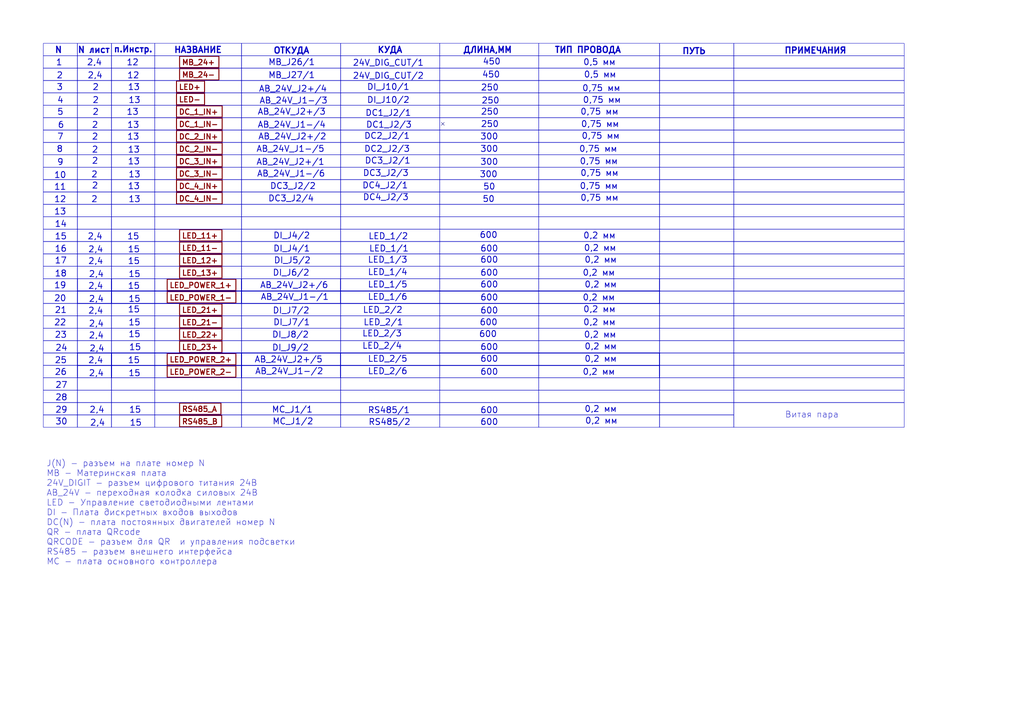
<source format=kicad_sch>
(kicad_sch
	(version 20231120)
	(generator "eeschema")
	(generator_version "8.0")
	(uuid "1ffbdb60-6fdf-4e2d-be07-fbf18f803a58")
	(paper "A3")
	(lib_symbols)
	(no_connect
		(at 181.61 50.8)
		(uuid "736e3272-8133-4274-9ad8-d7b59c9f6985")
	)
	(rectangle
		(start 270.51 22.86)
		(end 300.99 27.94)
		(stroke
			(width 0)
			(type default)
		)
		(fill
			(type none)
		)
		(uuid 0001882a-b43c-48ba-aac8-9a65f742c8f6)
	)
	(rectangle
		(start 63.5 149.86)
		(end 99.06 154.94)
		(stroke
			(width 0)
			(type default)
		)
		(fill
			(type none)
		)
		(uuid 005d0b96-3483-4618-8f42-c3b8b60629bd)
	)
	(rectangle
		(start 180.34 114.3)
		(end 220.98 119.38)
		(stroke
			(width 0)
			(type default)
		)
		(fill
			(type none)
		)
		(uuid 006f59c7-0223-426a-ae36-42d38e1e84a3)
	)
	(rectangle
		(start 45.72 170.18)
		(end 63.5 175.26)
		(stroke
			(width 0)
			(type default)
		)
		(fill
			(type none)
		)
		(uuid 00f458f2-511c-442f-b6d9-8581bfa1f838)
	)
	(rectangle
		(start 139.7 114.3)
		(end 180.34 119.38)
		(stroke
			(width 0)
			(type default)
		)
		(fill
			(type none)
		)
		(uuid 01c2e9d3-c6cf-4cb4-ad25-880caca9e830)
	)
	(rectangle
		(start 139.7 114.3)
		(end 180.34 119.38)
		(stroke
			(width 0)
			(type default)
		)
		(fill
			(type none)
		)
		(uuid 0267afe2-bcce-4e71-ada4-035cfa3e53ae)
	)
	(rectangle
		(start 99.06 22.86)
		(end 139.7 27.94)
		(stroke
			(width 0)
			(type default)
		)
		(fill
			(type none)
		)
		(uuid 03e336e8-3ca7-41d5-af6f-09dee2a21950)
	)
	(rectangle
		(start 17.78 139.7)
		(end 31.75 144.78)
		(stroke
			(width 0)
			(type default)
		)
		(fill
			(type none)
		)
		(uuid 03ebbf1b-7108-4528-9c45-689a8fb57e0f)
	)
	(rectangle
		(start 17.78 93.98)
		(end 31.75 99.06)
		(stroke
			(width 0)
			(type default)
		)
		(fill
			(type none)
		)
		(uuid 04d8093a-f992-43a5-bc1f-0aed22534223)
	)
	(rectangle
		(start 139.7 104.14)
		(end 180.34 109.22)
		(stroke
			(width 0)
			(type default)
		)
		(fill
			(type none)
		)
		(uuid 05a0fc45-d4b5-45c4-ba2a-a33581ac0e82)
	)
	(rectangle
		(start 220.98 170.18)
		(end 270.51 175.26)
		(stroke
			(width 0)
			(type default)
		)
		(fill
			(type none)
		)
		(uuid 05ef803a-87f6-4970-9dd5-4e77331a0739)
	)
	(rectangle
		(start 180.34 119.38)
		(end 220.98 124.46)
		(stroke
			(width 0)
			(type default)
		)
		(fill
			(type none)
		)
		(uuid 05f6326e-c0f9-4d6b-ab1e-f3406902202f)
	)
	(rectangle
		(start 270.51 134.62)
		(end 300.99 139.7)
		(stroke
			(width 0)
			(type default)
		)
		(fill
			(type none)
		)
		(uuid 06a7e2ad-46e5-4e37-a3b9-55962d06c645)
	)
	(rectangle
		(start 300.99 38.1)
		(end 370.84 43.18)
		(stroke
			(width 0)
			(type default)
		)
		(fill
			(type none)
		)
		(uuid 07c04745-50a2-4ad5-b49c-42346dc23254)
	)
	(rectangle
		(start 31.75 78.74)
		(end 45.72 83.82)
		(stroke
			(width 0)
			(type default)
		)
		(fill
			(type none)
		)
		(uuid 08687001-a3b0-477f-9fa0-c1e630c7aa0c)
	)
	(rectangle
		(start 139.7 144.78)
		(end 180.34 149.86)
		(stroke
			(width 0)
			(type default)
		)
		(fill
			(type none)
		)
		(uuid 08f4d6a0-7481-4acd-a7a5-0afa757933ba)
	)
	(rectangle
		(start 63.5 33.02)
		(end 99.06 38.1)
		(stroke
			(width 0)
			(type default)
		)
		(fill
			(type none)
		)
		(uuid 0932ecd2-5ef5-47a5-823e-96b27e8561ae)
	)
	(rectangle
		(start 139.7 63.5)
		(end 180.34 68.58)
		(stroke
			(width 0)
			(type default)
		)
		(fill
			(type none)
		)
		(uuid 09938c70-c9a5-4209-adac-20f43cea0c18)
	)
	(rectangle
		(start 300.99 114.3)
		(end 370.84 119.38)
		(stroke
			(width 0)
			(type default)
		)
		(fill
			(type none)
		)
		(uuid 0b08c655-3ab5-4de0-89f5-358c2e75025c)
	)
	(rectangle
		(start 270.51 139.7)
		(end 300.99 144.78)
		(stroke
			(width 0)
			(type default)
		)
		(fill
			(type none)
		)
		(uuid 0bf6cd0a-5039-407c-8c18-4ab5f3f766a0)
	)
	(rectangle
		(start 220.98 17.78)
		(end 270.51 22.86)
		(stroke
			(width 0)
			(type default)
		)
		(fill
			(type none)
		)
		(uuid 0c20972f-3f34-459b-8c3e-d5fb258306d9)
	)
	(rectangle
		(start 45.72 149.86)
		(end 63.5 154.94)
		(stroke
			(width 0)
			(type default)
		)
		(fill
			(type none)
		)
		(uuid 0c53ca20-31bc-4264-bd23-43ddee8567b2)
	)
	(rectangle
		(start 139.7 170.18)
		(end 180.34 175.26)
		(stroke
			(width 0)
			(type default)
		)
		(fill
			(type none)
		)
		(uuid 0db7eea0-9509-41b1-8204-d13be704cb5b)
	)
	(rectangle
		(start 220.98 63.5)
		(end 270.51 68.58)
		(stroke
			(width 0)
			(type default)
		)
		(fill
			(type none)
		)
		(uuid 0ee68e21-c599-4722-9857-402d29e93246)
	)
	(rectangle
		(start 220.98 160.02)
		(end 270.51 165.1)
		(stroke
			(width 0)
			(type default)
		)
		(fill
			(type none)
		)
		(uuid 0f99b8b6-882b-4aee-87af-6850c612e095)
	)
	(rectangle
		(start 31.75 144.78)
		(end 45.72 149.86)
		(stroke
			(width 0)
			(type default)
		)
		(fill
			(type none)
		)
		(uuid 0fc2da58-8aac-42f4-8bfc-29876e0e4548)
	)
	(rectangle
		(start 180.34 119.38)
		(end 220.98 124.46)
		(stroke
			(width 0)
			(type default)
		)
		(fill
			(type none)
		)
		(uuid 10bb59cb-2b15-46ea-9258-03c447a39a4b)
	)
	(rectangle
		(start 17.78 33.02)
		(end 31.75 38.1)
		(stroke
			(width 0)
			(type default)
		)
		(fill
			(type none)
		)
		(uuid 1154dd47-bfb9-45e8-ab5a-c54677f1583b)
	)
	(rectangle
		(start 220.98 119.38)
		(end 270.51 124.46)
		(stroke
			(width 0)
			(type default)
		)
		(fill
			(type none)
		)
		(uuid 14cfb0e2-cb32-4b68-a2af-000d7a2dd8af)
	)
	(rectangle
		(start 99.06 139.7)
		(end 139.7 144.78)
		(stroke
			(width 0)
			(type default)
		)
		(fill
			(type none)
		)
		(uuid 15cf7123-2f8b-436f-b32c-3c0d4f56a812)
	)
	(rectangle
		(start 270.51 63.5)
		(end 300.99 68.58)
		(stroke
			(width 0)
			(type default)
		)
		(fill
			(type none)
		)
		(uuid 160e4081-038e-4771-910f-35fe653381b6)
	)
	(rectangle
		(start 63.5 160.02)
		(end 99.06 165.1)
		(stroke
			(width 0)
			(type default)
		)
		(fill
			(type none)
		)
		(uuid 16173083-8395-4669-89b9-26273c1e3aaf)
	)
	(rectangle
		(start 180.34 124.46)
		(end 220.98 129.54)
		(stroke
			(width 0)
			(type default)
		)
		(fill
			(type none)
		)
		(uuid 179d0241-e535-4fc4-ac95-f858a0bf84ad)
	)
	(rectangle
		(start 220.98 104.14)
		(end 270.51 109.22)
		(stroke
			(width 0)
			(type default)
		)
		(fill
			(type none)
		)
		(uuid 17b6cee8-a17a-4aba-94c8-7f8319242d61)
	)
	(rectangle
		(start 270.51 58.42)
		(end 300.99 63.5)
		(stroke
			(width 0)
			(type default)
		)
		(fill
			(type none)
		)
		(uuid 17f3c11c-b6d8-42f5-b790-785e96c2ba3d)
	)
	(rectangle
		(start 99.06 58.42)
		(end 139.7 63.5)
		(stroke
			(width 0)
			(type default)
		)
		(fill
			(type none)
		)
		(uuid 18a2463d-fa9e-45d9-8d50-55fd42b8005c)
	)
	(rectangle
		(start 180.34 58.42)
		(end 220.98 63.5)
		(stroke
			(width 0)
			(type default)
		)
		(fill
			(type none)
		)
		(uuid 1caea8e0-0eab-4795-9833-872e3cb38db7)
	)
	(rectangle
		(start 99.06 78.74)
		(end 139.7 83.82)
		(stroke
			(width 0)
			(type default)
		)
		(fill
			(type none)
		)
		(uuid 1d884fff-e067-4e21-9f6e-6f86d69de814)
	)
	(rectangle
		(start 139.7 33.02)
		(end 180.34 38.1)
		(stroke
			(width 0)
			(type default)
		)
		(fill
			(type none)
		)
		(uuid 1fef743b-480b-4431-b611-5eb97e031f18)
	)
	(rectangle
		(start 63.5 154.94)
		(end 99.06 160.02)
		(stroke
			(width 0)
			(type default)
		)
		(fill
			(type none)
		)
		(uuid 2038bf6d-d012-4217-b88b-8e6d3028a0bc)
	)
	(rectangle
		(start 220.98 154.94)
		(end 270.51 160.02)
		(stroke
			(width 0)
			(type default)
		)
		(fill
			(type none)
		)
		(uuid 21f59e23-c931-4d5c-9913-dd3d5d530f6e)
	)
	(rectangle
		(start 31.75 149.86)
		(end 45.72 154.94)
		(stroke
			(width 0)
			(type default)
		)
		(fill
			(type none)
		)
		(uuid 221dd702-4042-4bbc-8f36-887da94dd146)
	)
	(rectangle
		(start 180.34 170.18)
		(end 220.98 175.26)
		(stroke
			(width 0)
			(type default)
		)
		(fill
			(type none)
		)
		(uuid 2440102f-cef4-4938-a951-26b338b941aa)
	)
	(rectangle
		(start 45.72 104.14)
		(end 63.5 109.22)
		(stroke
			(width 0)
			(type default)
		)
		(fill
			(type none)
		)
		(uuid 246dda93-54f1-4591-9c5c-3698057c9e58)
	)
	(rectangle
		(start 17.78 124.46)
		(end 31.75 129.54)
		(stroke
			(width 0)
			(type default)
		)
		(fill
			(type none)
		)
		(uuid 268c91ee-0da0-4fae-adf6-2533ab9152fa)
	)
	(rectangle
		(start 31.75 33.02)
		(end 45.72 38.1)
		(stroke
			(width 0)
			(type default)
		)
		(fill
			(type none)
		)
		(uuid 284621b6-9420-4d22-980c-e7fe81288c76)
	)
	(rectangle
		(start 180.34 149.86)
		(end 220.98 154.94)
		(stroke
			(width 0)
			(type default)
		)
		(fill
			(type none)
		)
		(uuid 29035a91-6098-4b86-b25f-9d605b1472f8)
	)
	(rectangle
		(start 270.51 170.18)
		(end 300.99 175.26)
		(stroke
			(width 0)
			(type default)
		)
		(fill
			(type none)
		)
		(uuid 2c29267a-c6fe-4137-94ae-f6cc06f02364)
	)
	(rectangle
		(start 31.75 114.3)
		(end 45.72 119.38)
		(stroke
			(width 0)
			(type default)
		)
		(fill
			(type none)
		)
		(uuid 2cd9c502-c151-4168-b81c-fafef0633342)
	)
	(rectangle
		(start 180.34 38.1)
		(end 220.98 43.18)
		(stroke
			(width 0)
			(type default)
		)
		(fill
			(type none)
		)
		(uuid 2d5d1a16-8431-4e05-bf5a-bd47b5b28181)
	)
	(rectangle
		(start 17.78 160.02)
		(end 31.75 165.1)
		(stroke
			(width 0)
			(type default)
		)
		(fill
			(type none)
		)
		(uuid 2d6d97fc-6d43-4a0c-abe4-0629ee7cccfe)
	)
	(rectangle
		(start 180.34 119.38)
		(end 220.98 124.46)
		(stroke
			(width 0)
			(type default)
		)
		(fill
			(type none)
		)
		(uuid 2e416fb4-1f35-4bc0-bcbe-f91650f68a5f)
	)
	(rectangle
		(start 63.5 78.74)
		(end 99.06 83.82)
		(stroke
			(width 0)
			(type default)
		)
		(fill
			(type none)
		)
		(uuid 2f08be34-9783-4beb-a1df-1eb4e652a2fa)
	)
	(rectangle
		(start 17.78 170.18)
		(end 31.75 175.26)
		(stroke
			(width 0)
			(type default)
		)
		(fill
			(type none)
		)
		(uuid 2f227fd0-88bf-418c-b62d-071a5503d2b9)
	)
	(rectangle
		(start 180.34 83.82)
		(end 220.98 88.9)
		(stroke
			(width 0)
			(type default)
		)
		(fill
			(type none)
		)
		(uuid 2f23c5e0-8b74-4e28-8ea1-5908be435646)
	)
	(rectangle
		(start 180.34 129.54)
		(end 220.98 134.62)
		(stroke
			(width 0)
			(type default)
		)
		(fill
			(type none)
		)
		(uuid 2f953445-6524-4290-9ae2-950499ff9c5b)
	)
	(rectangle
		(start 99.06 119.38)
		(end 139.7 124.46)
		(stroke
			(width 0)
			(type default)
		)
		(fill
			(type none)
		)
		(uuid 2ffddf76-9dba-4bf0-b31d-ade0f8308885)
	)
	(rectangle
		(start 99.06 99.06)
		(end 139.7 104.14)
		(stroke
			(width 0)
			(type default)
		)
		(fill
			(type none)
		)
		(uuid 2ffdf68d-58d9-4822-a782-49020770c3d5)
	)
	(rectangle
		(start 17.78 68.58)
		(end 31.75 73.66)
		(stroke
			(width 0)
			(type default)
		)
		(fill
			(type none)
		)
		(uuid 31adca54-c933-42f6-b428-83cf9d2059cd)
	)
	(rectangle
		(start 63.5 114.3)
		(end 99.06 119.38)
		(stroke
			(width 0)
			(type default)
		)
		(fill
			(type none)
		)
		(uuid 31b768e1-e537-4bb6-b404-81d7a580f09e)
	)
	(rectangle
		(start 139.7 165.1)
		(end 180.34 170.18)
		(stroke
			(width 0)
			(type default)
		)
		(fill
			(type none)
		)
		(uuid 31e554e5-dc48-400d-a83f-1c97af1f999a)
	)
	(rectangle
		(start 220.98 114.3)
		(end 270.51 119.38)
		(stroke
			(width 0)
			(type default)
		)
		(fill
			(type none)
		)
		(uuid 32ec1d38-ab8b-4a94-a675-66bc423b4a83)
	)
	(rectangle
		(start 99.06 68.58)
		(end 139.7 73.66)
		(stroke
			(width 0)
			(type default)
		)
		(fill
			(type none)
		)
		(uuid 3347560c-d37c-482d-9e84-6fa784f2de04)
	)
	(rectangle
		(start 300.99 48.26)
		(end 370.84 53.34)
		(stroke
			(width 0)
			(type default)
		)
		(fill
			(type none)
		)
		(uuid 344e4df0-7671-4271-a6c2-fb1c570527f0)
	)
	(rectangle
		(start 300.99 78.74)
		(end 370.84 83.82)
		(stroke
			(width 0)
			(type default)
		)
		(fill
			(type none)
		)
		(uuid 3468480e-5630-4d50-a800-3a53f2bac272)
	)
	(rectangle
		(start 180.34 17.78)
		(end 220.98 22.86)
		(stroke
			(width 0)
			(type default)
		)
		(fill
			(type none)
		)
		(uuid 34a75881-708a-400f-b59d-1dfacc865311)
	)
	(rectangle
		(start 45.72 17.78)
		(end 63.5 22.86)
		(stroke
			(width 0)
			(type default)
		)
		(fill
			(type none)
		)
		(uuid 351d1dce-baa4-4bd1-89ee-b482c620f431)
	)
	(rectangle
		(start 220.98 73.66)
		(end 270.51 78.74)
		(stroke
			(width 0)
			(type default)
		)
		(fill
			(type none)
		)
		(uuid 3551ff64-24ef-4c1a-9d02-6b0e863b5034)
	)
	(rectangle
		(start 31.75 43.18)
		(end 45.72 48.26)
		(stroke
			(width 0)
			(type default)
		)
		(fill
			(type none)
		)
		(uuid 35dfdc80-7f2f-43a0-a0cd-3ef0801eefbb)
	)
	(rectangle
		(start 270.51 165.1)
		(end 300.99 170.18)
		(stroke
			(width 0)
			(type default)
		)
		(fill
			(type none)
		)
		(uuid 36218356-21b6-40a5-ba39-a1f27eb2b18c)
	)
	(rectangle
		(start 99.06 63.5)
		(end 139.7 68.58)
		(stroke
			(width 0)
			(type default)
		)
		(fill
			(type none)
		)
		(uuid 36805e65-e617-412d-aff4-8c48b46bdead)
	)
	(rectangle
		(start 220.98 114.3)
		(end 270.51 119.38)
		(stroke
			(width 0)
			(type default)
		)
		(fill
			(type none)
		)
		(uuid 36ad4c4e-afe0-481e-915d-1c90c7c0d937)
	)
	(rectangle
		(start 45.72 154.94)
		(end 63.5 160.02)
		(stroke
			(width 0)
			(type default)
		)
		(fill
			(type none)
		)
		(uuid 36b4b5a3-9dd0-4583-ab18-3c5685b1d12b)
	)
	(rectangle
		(start 63.5 144.78)
		(end 99.06 149.86)
		(stroke
			(width 0)
			(type default)
		)
		(fill
			(type none)
		)
		(uuid 377068b0-37bf-45ca-bea0-4a9ba062bde3)
	)
	(rectangle
		(start 300.99 139.7)
		(end 370.84 144.78)
		(stroke
			(width 0)
			(type default)
		)
		(fill
			(type none)
		)
		(uuid 37e06e60-4c1c-44f5-b2f1-409369b3dbb2)
	)
	(rectangle
		(start 300.99 134.62)
		(end 370.84 139.7)
		(stroke
			(width 0)
			(type default)
		)
		(fill
			(type none)
		)
		(uuid 384722e1-6741-4521-bbbf-5890627b7861)
	)
	(rectangle
		(start 139.7 27.94)
		(end 180.34 33.02)
		(stroke
			(width 0)
			(type default)
		)
		(fill
			(type none)
		)
		(uuid 384ef668-ea24-4dfe-bbd8-bb5353f9072c)
	)
	(rectangle
		(start 17.78 88.9)
		(end 31.75 93.98)
		(stroke
			(width 0)
			(type default)
		)
		(fill
			(type none)
		)
		(uuid 392eeffd-e982-47e0-a903-915c8d6e9c50)
	)
	(rectangle
		(start 139.7 78.74)
		(end 180.34 83.82)
		(stroke
			(width 0)
			(type default)
		)
		(fill
			(type none)
		)
		(uuid 3977febe-4656-4d32-87ca-43c40aae7d0a)
	)
	(rectangle
		(start 270.51 68.58)
		(end 300.99 73.66)
		(stroke
			(width 0)
			(type default)
		)
		(fill
			(type none)
		)
		(uuid 3985568c-2e8c-4f8c-9ff4-e780eadce17a)
	)
	(rectangle
		(start 63.5 38.1)
		(end 99.06 43.18)
		(stroke
			(width 0)
			(type default)
		)
		(fill
			(type none)
		)
		(uuid 3a4d88c1-4e4f-451b-9810-f32f8d0e00e0)
	)
	(rectangle
		(start 17.78 83.82)
		(end 31.75 88.9)
		(stroke
			(width 0)
			(type default)
		)
		(fill
			(type none)
		)
		(uuid 3a8cfdd0-d212-4542-b949-e66d2addfa59)
	)
	(rectangle
		(start 31.75 99.06)
		(end 45.72 104.14)
		(stroke
			(width 0)
			(type default)
		)
		(fill
			(type none)
		)
		(uuid 3aa1afed-d6ef-4bb0-ae79-cb02c891140e)
	)
	(rectangle
		(start 99.06 48.26)
		(end 139.7 53.34)
		(stroke
			(width 0)
			(type default)
		)
		(fill
			(type none)
		)
		(uuid 3aa754bb-59e3-4218-8622-cd9193a09c16)
	)
	(rectangle
		(start 31.75 160.02)
		(end 45.72 165.1)
		(stroke
			(width 0)
			(type default)
		)
		(fill
			(type none)
		)
		(uuid 3b703deb-9bdd-484e-b098-2936a5034fff)
	)
	(rectangle
		(start 99.06 119.38)
		(end 139.7 124.46)
		(stroke
			(width 0)
			(type default)
		)
		(fill
			(type none)
		)
		(uuid 3b862070-284c-4aa6-a323-ee41f3b7a07d)
	)
	(rectangle
		(start 300.99 33.02)
		(end 370.84 38.1)
		(stroke
			(width 0)
			(type default)
		)
		(fill
			(type none)
		)
		(uuid 3c943e28-9149-485b-9729-616f9f6f6185)
	)
	(rectangle
		(start 99.06 149.86)
		(end 139.7 154.94)
		(stroke
			(width 0)
			(type default)
		)
		(fill
			(type none)
		)
		(uuid 3ebcc6ef-675a-45b6-9cd6-be897f9ca931)
	)
	(rectangle
		(start 300.99 124.46)
		(end 370.84 129.54)
		(stroke
			(width 0)
			(type default)
		)
		(fill
			(type none)
		)
		(uuid 3f9536cb-85c8-421c-93a7-b73ccab8a228)
	)
	(rectangle
		(start 220.98 58.42)
		(end 270.51 63.5)
		(stroke
			(width 0)
			(type default)
		)
		(fill
			(type none)
		)
		(uuid 4138d400-49a0-4a9c-9510-9b9552ea0766)
	)
	(rectangle
		(start 63.5 144.78)
		(end 99.06 149.86)
		(stroke
			(width 0)
			(type default)
		)
		(fill
			(type none)
		)
		(uuid 413e45c6-9fd0-458f-a6e7-17d5a5f5f8d0)
	)
	(rectangle
		(start 180.34 134.62)
		(end 220.98 139.7)
		(stroke
			(width 0)
			(type default)
		)
		(fill
			(type none)
		)
		(uuid 41672856-24eb-4fe2-ac09-b29717685b63)
	)
	(rectangle
		(start 63.5 165.1)
		(end 99.06 170.18)
		(stroke
			(width 0)
			(type default)
		)
		(fill
			(type none)
		)
		(uuid 429ff295-b8f6-423d-915d-08897649da29)
	)
	(rectangle
		(start 220.98 43.18)
		(end 270.51 48.26)
		(stroke
			(width 0)
			(type default)
		)
		(fill
			(type none)
		)
		(uuid 430b90c3-464f-49aa-99ee-b6eddff1d488)
	)
	(rectangle
		(start 45.72 119.38)
		(end 63.5 124.46)
		(stroke
			(width 0)
			(type default)
		)
		(fill
			(type none)
		)
		(uuid 4630a6b5-0696-40bd-9042-81f41a0d2d98)
	)
	(rectangle
		(start 270.51 160.02)
		(end 300.99 165.1)
		(stroke
			(width 0)
			(type default)
		)
		(fill
			(type none)
		)
		(uuid 46633e84-b039-4918-8717-54cc2059dcf1)
	)
	(rectangle
		(start 99.06 124.46)
		(end 139.7 129.54)
		(stroke
			(width 0)
			(type default)
		)
		(fill
			(type none)
		)
		(uuid 47c6ef72-e2f1-4f09-a528-cdd49c49ba5c)
	)
	(rectangle
		(start 180.34 53.34)
		(end 220.98 58.42)
		(stroke
			(width 0)
			(type default)
		)
		(fill
			(type none)
		)
		(uuid 4842a4e6-7aa6-4032-826b-a5beabfd1787)
	)
	(rectangle
		(start 45.72 144.78)
		(end 63.5 149.86)
		(stroke
			(width 0)
			(type default)
		)
		(fill
			(type none)
		)
		(uuid 494fd90c-a385-46de-a6d8-8b5e1ca89e1a)
	)
	(rectangle
		(start 270.51 88.9)
		(end 300.99 93.98)
		(stroke
			(width 0)
			(type default)
		)
		(fill
			(type none)
		)
		(uuid 496065d9-0dea-45c6-8fd5-32b9bd5de445)
	)
	(rectangle
		(start 270.51 119.38)
		(end 300.99 124.46)
		(stroke
			(width 0)
			(type default)
		)
		(fill
			(type none)
		)
		(uuid 49e041c6-ae1d-4fa3-b874-cdf1c7d40038)
	)
	(rectangle
		(start 17.78 119.38)
		(end 31.75 124.46)
		(stroke
			(width 0)
			(type default)
		)
		(fill
			(type none)
		)
		(uuid 49fcc119-30fe-4d49-8083-a9d958d492e9)
	)
	(rectangle
		(start 17.78 53.34)
		(end 31.75 58.42)
		(stroke
			(width 0)
			(type default)
		)
		(fill
			(type none)
		)
		(uuid 4a9dee7b-c243-4592-831c-203af0a4b72b)
	)
	(rectangle
		(start 300.99 17.78)
		(end 370.84 22.86)
		(stroke
			(width 0)
			(type default)
		)
		(fill
			(type none)
		)
		(uuid 4ac41a1f-63a2-49ac-80d2-b078fabc0d04)
	)
	(rectangle
		(start 31.75 58.42)
		(end 45.72 63.5)
		(stroke
			(width 0)
			(type default)
		)
		(fill
			(type none)
		)
		(uuid 4b218182-82cc-4a61-9ea8-cb7e31a2b24b)
	)
	(rectangle
		(start 63.5 68.58)
		(end 99.06 73.66)
		(stroke
			(width 0)
			(type default)
		)
		(fill
			(type none)
		)
		(uuid 4b8561e8-e88d-4a91-aae6-1e923b062ebb)
	)
	(rectangle
		(start 63.5 48.26)
		(end 99.06 53.34)
		(stroke
			(width 0)
			(type default)
		)
		(fill
			(type none)
		)
		(uuid 4c5690c0-21a8-4868-bf2c-f652067fed80)
	)
	(rectangle
		(start 17.78 149.86)
		(end 31.75 154.94)
		(stroke
			(width 0)
			(type default)
		)
		(fill
			(type none)
		)
		(uuid 4cc77571-55f9-40df-956a-9d6e7417a277)
	)
	(rectangle
		(start 63.5 88.9)
		(end 99.06 93.98)
		(stroke
			(width 0)
			(type default)
		)
		(fill
			(type none)
		)
		(uuid 4d33bbc4-dd7b-4eca-acd5-70e7f74301cd)
	)
	(rectangle
		(start 99.06 43.18)
		(end 139.7 48.26)
		(stroke
			(width 0)
			(type default)
		)
		(fill
			(type none)
		)
		(uuid 4f788f81-6d86-40ce-922a-1aded770094a)
	)
	(rectangle
		(start 220.98 33.02)
		(end 270.51 38.1)
		(stroke
			(width 0)
			(type default)
		)
		(fill
			(type none)
		)
		(uuid 50b12e25-f888-41e9-bb94-5a3fe60a0b2e)
	)
	(rectangle
		(start 220.98 114.3)
		(end 270.51 119.38)
		(stroke
			(width 0)
			(type default)
		)
		(fill
			(type none)
		)
		(uuid 52bd5b01-54ef-4b03-b80e-4983f5fe0c01)
	)
	(rectangle
		(start 270.51 53.34)
		(end 300.99 58.42)
		(stroke
			(width 0)
			(type default)
		)
		(fill
			(type none)
		)
		(uuid 52de8bc7-9f01-494b-8f73-acf933b24130)
	)
	(rectangle
		(start 220.98 134.62)
		(end 270.51 139.7)
		(stroke
			(width 0)
			(type default)
		)
		(fill
			(type none)
		)
		(uuid 53397daa-6be1-4a8b-9d7a-ca6f59bc660b)
	)
	(rectangle
		(start 45.72 38.1)
		(end 63.5 43.18)
		(stroke
			(width 0)
			(type default)
		)
		(fill
			(type none)
		)
		(uuid 5410de21-dfca-4848-8678-a62fa365e394)
	)
	(rectangle
		(start 63.5 129.54)
		(end 99.06 134.62)
		(stroke
			(width 0)
			(type default)
		)
		(fill
			(type none)
		)
		(uuid 5518a27c-2669-46ef-8a9b-546207648a6d)
	)
	(rectangle
		(start 63.5 73.66)
		(end 99.06 78.74)
		(stroke
			(width 0)
			(type default)
		)
		(fill
			(type none)
		)
		(uuid 55500d12-f19f-4523-b3c3-1b2d3333e7de)
	)
	(rectangle
		(start 270.51 33.02)
		(end 300.99 38.1)
		(stroke
			(width 0)
			(type default)
		)
		(fill
			(type none)
		)
		(uuid 5588f582-b1d4-4f24-aab9-6266343dcb8e)
	)
	(rectangle
		(start 45.72 144.78)
		(end 63.5 149.86)
		(stroke
			(width 0)
			(type default)
		)
		(fill
			(type none)
		)
		(uuid 563cd385-9f4e-4cd3-b194-8120ae10ac42)
	)
	(rectangle
		(start 31.75 119.38)
		(end 45.72 124.46)
		(stroke
			(width 0)
			(type default)
		)
		(fill
			(type none)
		)
		(uuid 57419361-5578-4c62-a7d6-0499c3480c8b)
	)
	(rectangle
		(start 31.75 139.7)
		(end 45.72 144.78)
		(stroke
			(width 0)
			(type default)
		)
		(fill
			(type none)
		)
		(uuid 57945b28-cd41-4449-b23c-bac2f4266726)
	)
	(rectangle
		(start 99.06 149.86)
		(end 139.7 154.94)
		(stroke
			(width 0)
			(type default)
		)
		(fill
			(type none)
		)
		(uuid 57b1d726-cbe1-4924-8074-2b7364666275)
	)
	(rectangle
		(start 99.06 114.3)
		(end 139.7 119.38)
		(stroke
			(width 0)
			(type default)
		)
		(fill
			(type none)
		)
		(uuid 58e663c3-12b7-4acb-812d-6cd9d5f02675)
	)
	(rectangle
		(start 63.5 134.62)
		(end 99.06 139.7)
		(stroke
			(width 0)
			(type default)
		)
		(fill
			(type none)
		)
		(uuid 59bee45c-d340-4647-b54e-0b6252893ebf)
	)
	(rectangle
		(start 45.72 27.94)
		(end 63.5 33.02)
		(stroke
			(width 0)
			(type default)
		)
		(fill
			(type none)
		)
		(uuid 5cbf18cf-5bee-4a71-b489-d8a659cd4b5b)
	)
	(rectangle
		(start 270.51 17.78)
		(end 300.99 22.86)
		(stroke
			(width 0)
			(type default)
		)
		(fill
			(type none)
		)
		(uuid 5cc1b1b8-9054-4ffa-bf6e-605b1587e3ee)
	)
	(rectangle
		(start 99.06 149.86)
		(end 139.7 154.94)
		(stroke
			(width 0)
			(type default)
		)
		(fill
			(type none)
		)
		(uuid 5d92da81-5053-4c03-a7a5-69aed3c97586)
	)
	(rectangle
		(start 45.72 119.38)
		(end 63.5 124.46)
		(stroke
			(width 0)
			(type default)
		)
		(fill
			(type none)
		)
		(uuid 5df5c9e4-fa73-49ee-84b5-c15a9d783770)
	)
	(rectangle
		(start 45.72 149.86)
		(end 63.5 154.94)
		(stroke
			(width 0)
			(type default)
		)
		(fill
			(type none)
		)
		(uuid 5ec05124-d62f-4674-8b69-ede0f2455175)
	)
	(rectangle
		(start 63.5 43.18)
		(end 99.06 48.26)
		(stroke
			(width 0)
			(type default)
		)
		(fill
			(type none)
		)
		(uuid 5faaac06-5cdb-4681-bf0d-69670a70c5c3)
	)
	(rectangle
		(start 45.72 144.78)
		(end 63.5 149.86)
		(stroke
			(width 0)
			(type default)
		)
		(fill
			(type none)
		)
		(uuid 5fc831ba-3edf-49de-beb5-40f19f4f4aff)
	)
	(rectangle
		(start 180.34 78.74)
		(end 220.98 83.82)
		(stroke
			(width 0)
			(type default)
		)
		(fill
			(type none)
		)
		(uuid 6013ab7a-7f54-47a2-bb89-9e6ed2c1f3fe)
	)
	(rectangle
		(start 63.5 109.22)
		(end 99.06 114.3)
		(stroke
			(width 0)
			(type default)
		)
		(fill
			(type none)
		)
		(uuid 60192b27-eba9-450d-be82-2f72b0276e9e)
	)
	(rectangle
		(start 300.99 27.94)
		(end 370.84 33.02)
		(stroke
			(width 0)
			(type default)
		)
		(fill
			(type none)
		)
		(uuid 602c3344-64f8-4b9f-84c7-e655ee176b92)
	)
	(rectangle
		(start 63.5 119.38)
		(end 99.06 124.46)
		(stroke
			(width 0)
			(type default)
		)
		(fill
			(type none)
		)
		(uuid 6141c7cf-9746-4cb0-a4ea-60770a14891d)
	)
	(rectangle
		(start 17.78 48.26)
		(end 31.75 53.34)
		(stroke
			(width 0)
			(type default)
		)
		(fill
			(type none)
		)
		(uuid 61e2d3bf-4897-4949-8de8-76cc15816586)
	)
	(rectangle
		(start 180.34 114.3)
		(end 220.98 119.38)
		(stroke
			(width 0)
			(type default)
		)
		(fill
			(type none)
		)
		(uuid 621cc3a2-b3ad-4577-9eb7-a78168625493)
	)
	(rectangle
		(start 180.34 33.02)
		(end 220.98 38.1)
		(stroke
			(width 0)
			(type default)
		)
		(fill
			(type none)
		)
		(uuid 62e9999b-bc20-4333-bf24-5a554cfb8eec)
	)
	(rectangle
		(start 139.7 48.26)
		(end 180.34 53.34)
		(stroke
			(width 0)
			(type default)
		)
		(fill
			(type none)
		)
		(uuid 63139a01-895a-4a92-9c26-ca7c723ea879)
	)
	(rectangle
		(start 139.7 114.3)
		(end 180.34 119.38)
		(stroke
			(width 0)
			(type default)
		)
		(fill
			(type none)
		)
		(uuid 638a44b9-e492-4685-a30d-f90608e10928)
	)
	(rectangle
		(start 180.34 43.18)
		(end 220.98 48.26)
		(stroke
			(width 0)
			(type default)
		)
		(fill
			(type none)
		)
		(uuid 644a494b-b917-4a8b-9eeb-d430c9e425b4)
	)
	(rectangle
		(start 99.06 88.9)
		(end 139.7 93.98)
		(stroke
			(width 0)
			(type default)
		)
		(fill
			(type none)
		)
		(uuid 65f41a49-652c-4a17-b7cc-c778c50c2329)
	)
	(rectangle
		(start 99.06 93.98)
		(end 139.7 99.06)
		(stroke
			(width 0)
			(type default)
		)
		(fill
			(type none)
		)
		(uuid 680cb834-f375-4bc9-8979-e9cdf8bd7aec)
	)
	(rectangle
		(start 17.78 27.94)
		(end 31.75 33.02)
		(stroke
			(width 0)
			(type default)
		)
		(fill
			(type none)
		)
		(uuid 680d87f7-2e1a-4625-ba0e-dea3b13ebc33)
	)
	(rectangle
		(start 31.75 124.46)
		(end 45.72 129.54)
		(stroke
			(width 0)
			(type default)
		)
		(fill
			(type none)
		)
		(uuid 698f70ba-e784-4a0a-8d72-ac6e38691cf4)
	)
	(rectangle
		(start 139.7 129.54)
		(end 180.34 134.62)
		(stroke
			(width 0)
			(type default)
		)
		(fill
			(type none)
		)
		(uuid 6a3208d3-ac78-43db-aba7-ea1e434a31cf)
	)
	(rectangle
		(start 270.51 27.94)
		(end 300.99 33.02)
		(stroke
			(width 0)
			(type default)
		)
		(fill
			(type none)
		)
		(uuid 6bcc619e-c6d5-41c1-8ecb-ba85cad2a24c)
	)
	(rectangle
		(start 31.75 63.5)
		(end 45.72 68.58)
		(stroke
			(width 0)
			(type default)
		)
		(fill
			(type none)
		)
		(uuid 6bed9008-4f95-49a0-b4bf-e3a94954aad3)
	)
	(rectangle
		(start 63.5 114.3)
		(end 99.06 119.38)
		(stroke
			(width 0)
			(type default)
		)
		(fill
			(type none)
		)
		(uuid 6c4278a8-643d-44cc-9d1a-d163eafe9b29)
	)
	(rectangle
		(start 180.34 144.78)
		(end 220.98 149.86)
		(stroke
			(width 0)
			(type default)
		)
		(fill
			(type none)
		)
		(uuid 6e45865f-9b3e-47a6-b310-c6e723dfe390)
	)
	(rectangle
		(start 63.5 149.86)
		(end 99.06 154.94)
		(stroke
			(width 0)
			(type default)
		)
		(fill
			(type none)
		)
		(uuid 6e799e50-44e7-426b-9874-3c464d5953b0)
	)
	(rectangle
		(start 180.34 93.98)
		(end 220.98 99.06)
		(stroke
			(width 0)
			(type default)
		)
		(fill
			(type none)
		)
		(uuid 6ea45762-ba05-409f-87c9-c50102998e57)
	)
	(rectangle
		(start 180.34 149.86)
		(end 220.98 154.94)
		(stroke
			(width 0)
			(type default)
		)
		(fill
			(type none)
		)
		(uuid 6f4a4208-9a60-407d-a674-30af322b4b50)
	)
	(rectangle
		(start 17.78 22.86)
		(end 31.75 27.94)
		(stroke
			(width 0)
			(type default)
		)
		(fill
			(type none)
		)
		(uuid 711a21b0-4562-4a15-91cf-048be9fa02f7)
	)
	(rectangle
		(start 31.75 119.38)
		(end 45.72 124.46)
		(stroke
			(width 0)
			(type default)
		)
		(fill
			(type none)
		)
		(uuid 726e4718-dfce-4c9a-9e5e-05f0bdd39e15)
	)
	(rectangle
		(start 45.72 165.1)
		(end 63.5 170.18)
		(stroke
			(width 0)
			(type default)
		)
		(fill
			(type none)
		)
		(uuid 73164e99-3c46-4c6e-a965-b6d36b61a758)
	)
	(rectangle
		(start 63.5 83.82)
		(end 99.06 88.9)
		(stroke
			(width 0)
			(type default)
		)
		(fill
			(type none)
		)
		(uuid 740d0db0-ccf7-4eee-938d-aff3ae133112)
	)
	(rectangle
		(start 63.5 99.06)
		(end 99.06 104.14)
		(stroke
			(width 0)
			(type default)
		)
		(fill
			(type none)
		)
		(uuid 741f5792-724c-49a6-8e93-a635ee2ebf5b)
	)
	(rectangle
		(start 139.7 43.18)
		(end 180.34 48.26)
		(stroke
			(width 0)
			(type default)
		)
		(fill
			(type none)
		)
		(uuid 7436b061-f694-40eb-85ab-f5d2b77d8d9e)
	)
	(rectangle
		(start 63.5 149.86)
		(end 99.06 154.94)
		(stroke
			(width 0)
			(type default)
		)
		(fill
			(type none)
		)
		(uuid 74b1417a-bc43-4a00-9e17-02500876558e)
	)
	(rectangle
		(start 220.98 53.34)
		(end 270.51 58.42)
		(stroke
			(width 0)
			(type default)
		)
		(fill
			(type none)
		)
		(uuid 75477bfe-c688-4680-950f-678d4203c603)
	)
	(rectangle
		(start 300.99 88.9)
		(end 370.84 93.98)
		(stroke
			(width 0)
			(type default)
		)
		(fill
			(type none)
		)
		(uuid 755460f5-5bed-45c2-92da-bd70567476ce)
	)
	(rectangle
		(start 17.78 58.42)
		(end 31.75 63.5)
		(stroke
			(width 0)
			(type default)
		)
		(fill
			(type none)
		)
		(uuid 7570954e-e2fb-4a15-bb27-94ff30aa8ac0)
	)
	(rectangle
		(start 99.06 144.78)
		(end 139.7 149.86)
		(stroke
			(width 0)
			(type default)
		)
		(fill
			(type none)
		)
		(uuid 7603505f-b085-4f0f-88e6-07ffb20d5ff8)
	)
	(rectangle
		(start 99.06 33.02)
		(end 139.7 38.1)
		(stroke
			(width 0)
			(type default)
		)
		(fill
			(type none)
		)
		(uuid 765bd51b-0743-4fbf-ab3c-6deffa611156)
	)
	(rectangle
		(start 180.34 68.58)
		(end 220.98 73.66)
		(stroke
			(width 0)
			(type default)
		)
		(fill
			(type none)
		)
		(uuid 77282c45-b2d2-493b-b341-ae47142f0bd6)
	)
	(rectangle
		(start 300.99 104.14)
		(end 370.84 109.22)
		(stroke
			(width 0)
			(type default)
		)
		(fill
			(type none)
		)
		(uuid 773c1a63-c1b9-43ad-bfa5-92f2c168b6f6)
	)
	(rectangle
		(start 45.72 114.3)
		(end 63.5 119.38)
		(stroke
			(width 0)
			(type default)
		)
		(fill
			(type none)
		)
		(uuid 7760c745-9c67-4b26-9e04-5cef7f3c5938)
	)
	(rectangle
		(start 45.72 48.26)
		(end 63.5 53.34)
		(stroke
			(width 0)
			(type default)
		)
		(fill
			(type none)
		)
		(uuid 77a14591-1bf0-4cf8-8117-955ed1a81916)
	)
	(rectangle
		(start 139.7 139.7)
		(end 180.34 144.78)
		(stroke
			(width 0)
			(type default)
		)
		(fill
			(type none)
		)
		(uuid 78149abe-968d-408e-9f14-4b680c22ff2c)
	)
	(rectangle
		(start 31.75 53.34)
		(end 45.72 58.42)
		(stroke
			(width 0)
			(type default)
		)
		(fill
			(type none)
		)
		(uuid 79fb93e3-cdc9-49eb-ab09-968d64ca47bd)
	)
	(rectangle
		(start 180.34 160.02)
		(end 220.98 165.1)
		(stroke
			(width 0)
			(type default)
		)
		(fill
			(type none)
		)
		(uuid 7a4a1dd0-f169-4995-bd86-d68477aadba6)
	)
	(rectangle
		(start 270.51 93.98)
		(end 300.99 99.06)
		(stroke
			(width 0)
			(type default)
		)
		(fill
			(type none)
		)
		(uuid 7ad9f20e-53b1-456f-8ece-abb49b69946b)
	)
	(rectangle
		(start 270.51 104.14)
		(end 300.99 109.22)
		(stroke
			(width 0)
			(type default)
		)
		(fill
			(type none)
		)
		(uuid 7be92f8f-f2b5-4f91-b27c-1c475ffd7ba9)
	)
	(rectangle
		(start 139.7 124.46)
		(end 180.34 129.54)
		(stroke
			(width 0)
			(type default)
		)
		(fill
			(type none)
		)
		(uuid 7dd25e7d-bf51-47a9-9818-788174c6011e)
	)
	(rectangle
		(start 63.5 119.38)
		(end 99.06 124.46)
		(stroke
			(width 0)
			(type default)
		)
		(fill
			(type none)
		)
		(uuid 7e4636e4-f1e0-4990-a188-96a3524a70d2)
	)
	(rectangle
		(start 45.72 43.18)
		(end 63.5 48.26)
		(stroke
			(width 0)
			(type default)
		)
		(fill
			(type none)
		)
		(uuid 7e6eebfb-1c03-487b-8ba7-d75816fad5db)
	)
	(rectangle
		(start 220.98 149.86)
		(end 270.51 154.94)
		(stroke
			(width 0)
			(type default)
		)
		(fill
			(type none)
		)
		(uuid 7f533d38-b347-4f3a-bb9b-2df7db34bdee)
	)
	(rectangle
		(start 63.5 170.18)
		(end 99.06 175.26)
		(stroke
			(width 0)
			(type default)
		)
		(fill
			(type none)
		)
		(uuid 80c00925-6bae-49df-89ac-72a9232ba6e1)
	)
	(rectangle
		(start 99.06 149.86)
		(end 139.7 154.94)
		(stroke
			(width 0)
			(type default)
		)
		(fill
			(type none)
		)
		(uuid 80cf0e0b-c98b-44fd-9c4c-884692887c41)
	)
	(rectangle
		(start 31.75 144.78)
		(end 45.72 149.86)
		(stroke
			(width 0)
			(type default)
		)
		(fill
			(type none)
		)
		(uuid 810a81e7-790f-42d0-9d96-da38f701c4b3)
	)
	(rectangle
		(start 180.34 88.9)
		(end 220.98 93.98)
		(stroke
			(width 0)
			(type default)
		)
		(fill
			(type none)
		)
		(uuid 834cd0d4-a937-4d0d-928c-2db008b1a047)
	)
	(rectangle
		(start 300.99 109.22)
		(end 370.84 114.3)
		(stroke
			(width 0)
			(type default)
		)
		(fill
			(type none)
		)
		(uuid 83577a58-efda-430a-83b5-3c86e1082e1a)
	)
	(rectangle
		(start 99.06 165.1)
		(end 139.7 170.18)
		(stroke
			(width 0)
			(type default)
		)
		(fill
			(type none)
		)
		(uuid 836321c2-2d2f-4921-b3a1-b0115ef819c5)
	)
	(rectangle
		(start 99.06 17.78)
		(end 139.7 22.86)
		(stroke
			(width 0)
			(type default)
		)
		(fill
			(type none)
		)
		(uuid 83fa06d7-e607-4d5d-9ef5-aa33e73e726c)
	)
	(rectangle
		(start 45.72 58.42)
		(end 63.5 63.5)
		(stroke
			(width 0)
			(type default)
		)
		(fill
			(type none)
		)
		(uuid 845fd806-b7d8-43ee-9e34-72976252ad43)
	)
	(rectangle
		(start 99.06 53.34)
		(end 139.7 58.42)
		(stroke
			(width 0)
			(type default)
		)
		(fill
			(type none)
		)
		(uuid 863e63af-caec-4852-bfa9-8a6544d2dcfa)
	)
	(rectangle
		(start 31.75 134.62)
		(end 45.72 139.7)
		(stroke
			(width 0)
			(type default)
		)
		(fill
			(type none)
		)
		(uuid 87726054-97a5-4f1a-a88a-4e1bb3d6b2a9)
	)
	(rectangle
		(start 31.75 119.38)
		(end 45.72 124.46)
		(stroke
			(width 0)
			(type default)
		)
		(fill
			(type none)
		)
		(uuid 885c5012-95b0-48d8-825d-2aa05dba3b56)
	)
	(rectangle
		(start 139.7 144.78)
		(end 180.34 149.86)
		(stroke
			(width 0)
			(type default)
		)
		(fill
			(type none)
		)
		(uuid 88c4d276-fc95-4ed6-8674-186689e894a0)
	)
	(rectangle
		(start 45.72 93.98)
		(end 63.5 99.06)
		(stroke
			(width 0)
			(type default)
		)
		(fill
			(type none)
		)
		(uuid 89767daa-2fd6-4f13-ae17-c8f39865ef8e)
	)
	(rectangle
		(start 99.06 144.78)
		(end 139.7 149.86)
		(stroke
			(width 0)
			(type default)
		)
		(fill
			(type none)
		)
		(uuid 8af9b319-0a0b-488a-90b0-b23ac6f4700b)
	)
	(rectangle
		(start 63.5 114.3)
		(end 99.06 119.38)
		(stroke
			(width 0)
			(type default)
		)
		(fill
			(type none)
		)
		(uuid 8bb3e8ef-0543-4f0c-bf08-3f67ac2c8066)
	)
	(rectangle
		(start 220.98 22.86)
		(end 270.51 27.94)
		(stroke
			(width 0)
			(type default)
		)
		(fill
			(type none)
		)
		(uuid 8d4ef066-f6b4-4365-848f-34a914d1435d)
	)
	(rectangle
		(start 31.75 93.98)
		(end 45.72 99.06)
		(stroke
			(width 0)
			(type default)
		)
		(fill
			(type none)
		)
		(uuid 8dd15b09-4c9f-4eb5-9200-bc23204fb344)
	)
	(rectangle
		(start 17.78 144.78)
		(end 31.75 149.86)
		(stroke
			(width 0)
			(type default)
		)
		(fill
			(type none)
		)
		(uuid 8e40a005-7ba3-4c06-aab9-e643d3b7f9f0)
	)
	(rectangle
		(start 220.98 93.98)
		(end 270.51 99.06)
		(stroke
			(width 0)
			(type default)
		)
		(fill
			(type none)
		)
		(uuid 8f12cb02-e646-446f-8860-5aa0be354e9d)
	)
	(rectangle
		(start 180.34 114.3)
		(end 220.98 119.38)
		(stroke
			(width 0)
			(type default)
		)
		(fill
			(type none)
		)
		(uuid 9034311f-a242-43f0-a997-bf625d0baf2c)
	)
	(rectangle
		(start 17.78 38.1)
		(end 31.75 43.18)
		(stroke
			(width 0)
			(type default)
		)
		(fill
			(type none)
		)
		(uuid 90a8c01f-e0b8-44e2-9dcf-45951c9cbcec)
	)
	(rectangle
		(start 17.78 63.5)
		(end 31.75 68.58)
		(stroke
			(width 0)
			(type default)
		)
		(fill
			(type none)
		)
		(uuid 90d12bf2-7d63-4088-837e-bcd76999648f)
	)
	(rectangle
		(start 220.98 119.38)
		(end 270.51 124.46)
		(stroke
			(width 0)
			(type default)
		)
		(fill
			(type none)
		)
		(uuid 90e8c8b0-5883-4334-b24f-eb540bcf8706)
	)
	(rectangle
		(start 17.78 165.1)
		(end 31.75 170.18)
		(stroke
			(width 0)
			(type default)
		)
		(fill
			(type none)
		)
		(uuid 91c4ccf8-9b16-4c52-acca-288b1c8e55a3)
	)
	(rectangle
		(start 45.72 83.82)
		(end 63.5 88.9)
		(stroke
			(width 0)
			(type default)
		)
		(fill
			(type none)
		)
		(uuid 93d04c3e-c4f8-42bf-938e-f1308692278d)
	)
	(rectangle
		(start 17.78 99.06)
		(end 31.75 104.14)
		(stroke
			(width 0)
			(type default)
		)
		(fill
			(type none)
		)
		(uuid 945022f5-7431-4cf5-b2a3-0fc38f98c9c4)
	)
	(rectangle
		(start 300.99 165.1)
		(end 370.84 175.26)
		(stroke
			(width 0)
			(type default)
		)
		(fill
			(type none)
		)
		(uuid 9450bd08-e12d-41cf-85ce-79d64e777a0a)
	)
	(rectangle
		(start 17.78 17.78)
		(end 31.75 22.86)
		(stroke
			(width 0)
			(type default)
		)
		(fill
			(type none)
		)
		(uuid 9487455a-4cc2-4220-a8c6-621833746adf)
	)
	(rectangle
		(start 45.72 99.06)
		(end 63.5 104.14)
		(stroke
			(width 0)
			(type default)
		)
		(fill
			(type none)
		)
		(uuid 950ed366-aefb-4bd8-9106-269b3db621b6)
	)
	(rectangle
		(start 31.75 149.86)
		(end 45.72 154.94)
		(stroke
			(width 0)
			(type default)
		)
		(fill
			(type none)
		)
		(uuid 96053b54-e5d5-40eb-9988-b9f8ec6b40e8)
	)
	(rectangle
		(start 99.06 109.22)
		(end 139.7 114.3)
		(stroke
			(width 0)
			(type default)
		)
		(fill
			(type none)
		)
		(uuid 9688a4b6-f17a-42c2-b2ac-3f47f94ea642)
	)
	(rectangle
		(start 45.72 63.5)
		(end 63.5 68.58)
		(stroke
			(width 0)
			(type default)
		)
		(fill
			(type none)
		)
		(uuid 96d0b712-0bbf-4b25-ade3-87c4d3e64234)
	)
	(rectangle
		(start 270.51 129.54)
		(end 300.99 134.62)
		(stroke
			(width 0)
			(type default)
		)
		(fill
			(type none)
		)
		(uuid 976b769d-1917-47c1-a752-6f520d2226b2)
	)
	(rectangle
		(start 270.51 43.18)
		(end 300.99 48.26)
		(stroke
			(width 0)
			(type default)
		)
		(fill
			(type none)
		)
		(uuid 983e5b67-6a08-412f-a2b3-7971758da0d5)
	)
	(rectangle
		(start 31.75 165.1)
		(end 45.72 170.18)
		(stroke
			(width 0)
			(type default)
		)
		(fill
			(type none)
		)
		(uuid 990a0908-7980-4ac3-abc8-93e6e8b8fa7a)
	)
	(rectangle
		(start 99.06 154.94)
		(end 139.7 160.02)
		(stroke
			(width 0)
			(type default)
		)
		(fill
			(type none)
		)
		(uuid 99359076-a9c2-4913-9ae3-078445a42191)
	)
	(rectangle
		(start 31.75 22.86)
		(end 45.72 27.94)
		(stroke
			(width 0)
			(type default)
		)
		(fill
			(type none)
		)
		(uuid 9a1f2cc0-94e1-4f7b-9858-19339488bbeb)
	)
	(rectangle
		(start 220.98 144.78)
		(end 270.51 149.86)
		(stroke
			(width 0)
			(type default)
		)
		(fill
			(type none)
		)
		(uuid 9aa05681-90d4-4f8f-98b9-4b56511669f4)
	)
	(rectangle
		(start 31.75 114.3)
		(end 45.72 119.38)
		(stroke
			(width 0)
			(type default)
		)
		(fill
			(type none)
		)
		(uuid 9b180272-c96f-47c5-aedb-7f9fa602c9de)
	)
	(rectangle
		(start 31.75 27.94)
		(end 45.72 33.02)
		(stroke
			(width 0)
			(type default)
		)
		(fill
			(type none)
		)
		(uuid 9c229a00-67ee-42af-b105-eb74ae05a22b)
	)
	(rectangle
		(start 63.5 27.94)
		(end 99.06 33.02)
		(stroke
			(width 0)
			(type default)
		)
		(fill
			(type none)
		)
		(uuid 9c23ca60-c35e-447a-a20f-b3d4f8f4cf6d)
	)
	(rectangle
		(start 45.72 114.3)
		(end 63.5 119.38)
		(stroke
			(width 0)
			(type default)
		)
		(fill
			(type none)
		)
		(uuid 9c2b6a87-1e05-4800-b5c7-c4117e64493a)
	)
	(rectangle
		(start 139.7 88.9)
		(end 180.34 93.98)
		(stroke
			(width 0)
			(type default)
		)
		(fill
			(type none)
		)
		(uuid 9c3648fc-a4dd-445b-97f2-4d71e3e1df07)
	)
	(rectangle
		(start 45.72 119.38)
		(end 63.5 124.46)
		(stroke
			(width 0)
			(type default)
		)
		(fill
			(type none)
		)
		(uuid 9c963dac-3cf5-4ba2-8465-c343192f6b9e)
	)
	(rectangle
		(start 45.72 129.54)
		(end 63.5 134.62)
		(stroke
			(width 0)
			(type default)
		)
		(fill
			(type none)
		)
		(uuid 9d484378-792f-44d2-a53a-26b3f2ce7578)
	)
	(rectangle
		(start 99.06 160.02)
		(end 139.7 165.1)
		(stroke
			(width 0)
			(type default)
		)
		(fill
			(type none)
		)
		(uuid 9db8c5cd-3b9e-42e9-a85e-d7e435b155dd)
	)
	(rectangle
		(start 17.78 104.14)
		(end 31.75 109.22)
		(stroke
			(width 0)
			(type default)
		)
		(fill
			(type none)
		)
		(uuid 9debf79b-a8d3-42b6-ac56-057be53035f1)
	)
	(rectangle
		(start 45.72 160.02)
		(end 63.5 165.1)
		(stroke
			(width 0)
			(type default)
		)
		(fill
			(type none)
		)
		(uuid 9e7df3aa-bc8c-4db1-be18-613c6b960467)
	)
	(rectangle
		(start 300.99 63.5)
		(end 370.84 68.58)
		(stroke
			(width 0)
			(type default)
		)
		(fill
			(type none)
		)
		(uuid 9f6ed09d-443c-4153-ae6d-193626ca542d)
	)
	(rectangle
		(start 139.7 58.42)
		(end 180.34 63.5)
		(stroke
			(width 0)
			(type default)
		)
		(fill
			(type none)
		)
		(uuid 9fb46fad-2a66-4033-938b-0ff0a3f16078)
	)
	(rectangle
		(start 270.51 99.06)
		(end 300.99 104.14)
		(stroke
			(width 0)
			(type default)
		)
		(fill
			(type none)
		)
		(uuid 9ff7540d-cbdd-49ca-9ebb-380563ab6a9e)
	)
	(rectangle
		(start 31.75 104.14)
		(end 45.72 109.22)
		(stroke
			(width 0)
			(type default)
		)
		(fill
			(type none)
		)
		(uuid a0f92204-9a54-4f0d-92ef-4b3f889acea0)
	)
	(rectangle
		(start 45.72 53.34)
		(end 63.5 58.42)
		(stroke
			(width 0)
			(type default)
		)
		(fill
			(type none)
		)
		(uuid a1e84988-1044-4e47-b9d7-96a66668c472)
	)
	(rectangle
		(start 220.98 129.54)
		(end 270.51 134.62)
		(stroke
			(width 0)
			(type default)
		)
		(fill
			(type none)
		)
		(uuid a2febf57-a7d8-4bcb-9650-e7fe5147baab)
	)
	(rectangle
		(start 139.7 149.86)
		(end 180.34 154.94)
		(stroke
			(width 0)
			(type default)
		)
		(fill
			(type none)
		)
		(uuid a37ba7de-02fc-4cae-bb53-677d5a326b76)
	)
	(rectangle
		(start 45.72 134.62)
		(end 63.5 139.7)
		(stroke
			(width 0)
			(type default)
		)
		(fill
			(type none)
		)
		(uuid a4880ae4-34c7-432c-a14b-6c730418d2c4)
	)
	(rectangle
		(start 139.7 149.86)
		(end 180.34 154.94)
		(stroke
			(width 0)
			(type default)
		)
		(fill
			(type none)
		)
		(uuid a4de8d11-0c75-4225-ac4f-aa18e62beaf4)
	)
	(rectangle
		(start 31.75 149.86)
		(end 45.72 154.94)
		(stroke
			(width 0)
			(type default)
		)
		(fill
			(type none)
		)
		(uuid a59a30cd-9a19-4b28-af52-486d0c61b52e)
	)
	(rectangle
		(start 45.72 124.46)
		(end 63.5 129.54)
		(stroke
			(width 0)
			(type default)
		)
		(fill
			(type none)
		)
		(uuid a59fc4f1-5315-45b4-bfb8-c81f17a081d2)
	)
	(rectangle
		(start 180.34 99.06)
		(end 220.98 104.14)
		(stroke
			(width 0)
			(type default)
		)
		(fill
			(type none)
		)
		(uuid a5b0fcbb-4095-45ad-8246-7c7782143669)
	)
	(rectangle
		(start 220.98 124.46)
		(end 270.51 129.54)
		(stroke
			(width 0)
			(type default)
		)
		(fill
			(type none)
		)
		(uuid a5b18076-b990-46a3-9fea-5ae6f3797153)
	)
	(rectangle
		(start 220.98 68.58)
		(end 270.51 73.66)
		(stroke
			(width 0)
			(type default)
		)
		(fill
			(type none)
		)
		(uuid a5d3b89e-00a7-4622-a050-ea29b23a28e1)
	)
	(rectangle
		(start 300.99 144.78)
		(end 370.84 149.86)
		(stroke
			(width 0)
			(type default)
		)
		(fill
			(type none)
		)
		(uuid a65fe98b-7b01-4cfc-af81-469d6344067d)
	)
	(rectangle
		(start 45.72 109.22)
		(end 63.5 114.3)
		(stroke
			(width 0)
			(type default)
		)
		(fill
			(type none)
		)
		(uuid a660dde1-820e-4400-bef1-1ca32924783f)
	)
	(rectangle
		(start 300.99 160.02)
		(end 370.84 165.1)
		(stroke
			(width 0)
			(type default)
		)
		(fill
			(type none)
		)
		(uuid a76d11a2-b1b5-4678-b51c-9fc2d07a615a)
	)
	(rectangle
		(start 270.51 48.26)
		(end 300.99 53.34)
		(stroke
			(width 0)
			(type default)
		)
		(fill
			(type none)
		)
		(uuid a7e2aa3d-4cee-4d71-9b69-9833770435c8)
	)
	(rectangle
		(start 99.06 129.54)
		(end 139.7 134.62)
		(stroke
			(width 0)
			(type default)
		)
		(fill
			(type none)
		)
		(uuid a81ae27b-ae31-4683-8bd3-2186af8fe9f3)
	)
	(rectangle
		(start 17.78 73.66)
		(end 31.75 78.74)
		(stroke
			(width 0)
			(type default)
		)
		(fill
			(type none)
		)
		(uuid a86f4b10-b51b-4d48-a152-78fabaec70c6)
	)
	(rectangle
		(start 45.72 68.58)
		(end 63.5 73.66)
		(stroke
			(width 0)
			(type default)
		)
		(fill
			(type none)
		)
		(uuid a89f90f3-7c89-4e05-a45a-df756bb2eb24)
	)
	(rectangle
		(start 220.98 144.78)
		(end 270.51 149.86)
		(stroke
			(width 0)
			(type default)
		)
		(fill
			(type none)
		)
		(uuid a8cea48b-26a2-4301-8a05-d5df03e1da12)
	)
	(rectangle
		(start 300.99 119.38)
		(end 370.84 124.46)
		(stroke
			(width 0)
			(type default)
		)
		(fill
			(type none)
		)
		(uuid a92f7aa6-4016-4bb8-b2b3-9c76e7c46515)
	)
	(rectangle
		(start 17.78 154.94)
		(end 31.75 160.02)
		(stroke
			(width 0)
			(type default)
		)
		(fill
			(type none)
		)
		(uuid a96eb561-1464-4664-bcc1-8139feca67c5)
	)
	(rectangle
		(start 300.99 93.98)
		(end 370.84 99.06)
		(stroke
			(width 0)
			(type default)
		)
		(fill
			(type none)
		)
		(uuid aa1c99d8-e267-45c4-ae20-4c9f1e573db0)
	)
	(rectangle
		(start 99.06 104.14)
		(end 139.7 109.22)
		(stroke
			(width 0)
			(type default)
		)
		(fill
			(type none)
		)
		(uuid aa6be7d9-11ab-4617-a311-4f229748ba90)
	)
	(rectangle
		(start 63.5 119.38)
		(end 99.06 124.46)
		(stroke
			(width 0)
			(type default)
		)
		(fill
			(type none)
		)
		(uuid aae3c33c-d537-4986-ad7b-b6e7805b4ec4)
	)
	(rectangle
		(start 139.7 53.34)
		(end 180.34 58.42)
		(stroke
			(width 0)
			(type default)
		)
		(fill
			(type none)
		)
		(uuid ab8f15a8-ce8c-48df-8295-9d690658978d)
	)
	(rectangle
		(start 63.5 22.86)
		(end 99.06 27.94)
		(stroke
			(width 0)
			(type default)
		)
		(fill
			(type none)
		)
		(uuid abc800d5-0751-42ce-89f0-75f2c9a5eb2d)
	)
	(rectangle
		(start 300.99 58.42)
		(end 370.84 63.5)
		(stroke
			(width 0)
			(type default)
		)
		(fill
			(type none)
		)
		(uuid ac89ad3f-6aea-4c2d-9dfd-3281028acaca)
	)
	(rectangle
		(start 45.72 33.02)
		(end 63.5 38.1)
		(stroke
			(width 0)
			(type default)
		)
		(fill
			(type none)
		)
		(uuid ad5b77b8-33a7-4252-a58b-08cf8b610de8)
	)
	(rectangle
		(start 139.7 93.98)
		(end 180.34 99.06)
		(stroke
			(width 0)
			(type default)
		)
		(fill
			(type none)
		)
		(uuid ae2f491d-5bce-4c85-96b2-1c5359b8dcfc)
	)
	(rectangle
		(start 31.75 109.22)
		(end 45.72 114.3)
		(stroke
			(width 0)
			(type default)
		)
		(fill
			(type none)
		)
		(uuid ae998e81-1ac6-4db6-bb1a-9649eb4d6b1c)
	)
	(rectangle
		(start 31.75 17.78)
		(end 45.72 22.86)
		(stroke
			(width 0)
			(type default)
		)
		(fill
			(type none)
		)
		(uuid aeadae37-7338-4e60-bf9e-896a24037c57)
	)
	(rectangle
		(start 99.06 119.38)
		(end 139.7 124.46)
		(stroke
			(width 0)
			(type default)
		)
		(fill
			(type none)
		)
		(uuid aec4d8b5-63d2-438f-ae02-ed6284f59d78)
	)
	(rectangle
		(start 31.75 129.54)
		(end 45.72 134.62)
		(stroke
			(width 0)
			(type default)
		)
		(fill
			(type none)
		)
		(uuid b0207ded-7c81-43d4-b4e9-553d2095ea09)
	)
	(rectangle
		(start 31.75 88.9)
		(end 45.72 93.98)
		(stroke
			(width 0)
			(type default)
		)
		(fill
			(type none)
		)
		(uuid b0484cf2-6451-4ee2-ad1e-31c932f08810)
	)
	(rectangle
		(start 300.99 73.66)
		(end 370.84 78.74)
		(stroke
			(width 0)
			(type default)
		)
		(fill
			(type none)
		)
		(uuid b0c768c4-0f67-46d8-bb14-0ddcdaca00d1)
	)
	(rectangle
		(start 180.34 109.22)
		(end 220.98 114.3)
		(stroke
			(width 0)
			(type default)
		)
		(fill
			(type none)
		)
		(uuid b2a4fcb7-bedb-4d74-a1d7-6201dd2f1c3b)
	)
	(rectangle
		(start 220.98 149.86)
		(end 270.51 154.94)
		(stroke
			(width 0)
			(type default)
		)
		(fill
			(type none)
		)
		(uuid b3de7047-a062-4d51-bbc0-e26a186e0428)
	)
	(rectangle
		(start 63.5 63.5)
		(end 99.06 68.58)
		(stroke
			(width 0)
			(type default)
		)
		(fill
			(type none)
		)
		(uuid b4d78a20-fc42-43aa-86b1-8916cdd41305)
	)
	(rectangle
		(start 139.7 149.86)
		(end 180.34 154.94)
		(stroke
			(width 0)
			(type default)
		)
		(fill
			(type none)
		)
		(uuid b4d972ac-3db3-4839-a208-593edaac31bf)
	)
	(rectangle
		(start 31.75 154.94)
		(end 45.72 160.02)
		(stroke
			(width 0)
			(type default)
		)
		(fill
			(type none)
		)
		(uuid b5d157e4-d4f2-4446-ba07-9dc23bb54695)
	)
	(rectangle
		(start 300.99 43.18)
		(end 370.84 48.26)
		(stroke
			(width 0)
			(type default)
		)
		(fill
			(type none)
		)
		(uuid b60d3723-a24b-4823-9893-9f10185e31d5)
	)
	(rectangle
		(start 180.34 149.86)
		(end 220.98 154.94)
		(stroke
			(width 0)
			(type default)
		)
		(fill
			(type none)
		)
		(uuid b66353e2-ea6e-405e-8358-d8749d20ae45)
	)
	(rectangle
		(start 45.72 114.3)
		(end 63.5 119.38)
		(stroke
			(width 0)
			(type default)
		)
		(fill
			(type none)
		)
		(uuid b9d750c0-3a33-4d71-86ec-45419086d5d3)
	)
	(rectangle
		(start 99.06 73.66)
		(end 139.7 78.74)
		(stroke
			(width 0)
			(type default)
		)
		(fill
			(type none)
		)
		(uuid baa2e8ba-1faf-4e77-8851-067ebf13e63c)
	)
	(rectangle
		(start 139.7 149.86)
		(end 180.34 154.94)
		(stroke
			(width 0)
			(type default)
		)
		(fill
			(type none)
		)
		(uuid bb08090e-797b-43ce-8a44-1da3e1e12f97)
	)
	(rectangle
		(start 180.34 154.94)
		(end 220.98 160.02)
		(stroke
			(width 0)
			(type default)
		)
		(fill
			(type none)
		)
		(uuid bedfc88b-9819-4cd7-8fce-f426b6fc8f1e)
	)
	(rectangle
		(start 139.7 154.94)
		(end 180.34 160.02)
		(stroke
			(width 0)
			(type default)
		)
		(fill
			(type none)
		)
		(uuid bf27ed92-097e-4113-8d50-186edb6cbc1a)
	)
	(rectangle
		(start 270.51 114.3)
		(end 300.99 119.38)
		(stroke
			(width 0)
			(type default)
		)
		(fill
			(type none)
		)
		(uuid c04482ea-d939-42b8-9a5d-bc37a46dad46)
	)
	(rectangle
		(start 17.78 43.18)
		(end 31.75 48.26)
		(stroke
			(width 0)
			(type default)
		)
		(fill
			(type none)
		)
		(uuid c05d6308-8a36-4466-9c63-e4161a5cd568)
	)
	(rectangle
		(start 139.7 38.1)
		(end 180.34 43.18)
		(stroke
			(width 0)
			(type default)
		)
		(fill
			(type none)
		)
		(uuid c172ef64-4ca5-4c74-94a7-456a3259f2c4)
	)
	(rectangle
		(start 99.06 170.18)
		(end 139.7 175.26)
		(stroke
			(width 0)
			(type default)
		)
		(fill
			(type none)
		)
		(uuid c239fa83-62b6-4d82-9bb1-dd2d16f96a94)
	)
	(rectangle
		(start 220.98 38.1)
		(end 270.51 43.18)
		(stroke
			(width 0)
			(type default)
		)
		(fill
			(type none)
		)
		(uuid c419dce7-6781-4df1-b78e-12600a4a0930)
	)
	(rectangle
		(start 45.72 139.7)
		(end 63.5 144.78)
		(stroke
			(width 0)
			(type default)
		)
		(fill
			(type none)
		)
		(uuid c589c427-427f-403d-aa2b-9a32c054ce2c)
	)
	(rectangle
		(start 220.98 144.78)
		(end 270.51 149.86)
		(stroke
			(width 0)
			(type default)
		)
		(fill
			(type none)
		)
		(uuid c9c892e6-281c-47c6-af59-43e84bdc9736)
	)
	(rectangle
		(start 31.75 48.26)
		(end 45.72 53.34)
		(stroke
			(width 0)
			(type default)
		)
		(fill
			(type none)
		)
		(uuid c9ec4364-11fe-4494-bab3-4a15164f12d8)
	)
	(rectangle
		(start 99.06 114.3)
		(end 139.7 119.38)
		(stroke
			(width 0)
			(type default)
		)
		(fill
			(type none)
		)
		(uuid caf4d171-4a35-43fe-9625-cc1d32ed8fe9)
	)
	(rectangle
		(start 139.7 83.82)
		(end 180.34 88.9)
		(stroke
			(width 0)
			(type default)
		)
		(fill
			(type none)
		)
		(uuid cb1ffc27-4113-41d7-99a8-b5bfb5dad748)
	)
	(rectangle
		(start 31.75 149.86)
		(end 45.72 154.94)
		(stroke
			(width 0)
			(type default)
		)
		(fill
			(type none)
		)
		(uuid cbbf57be-ce44-49f2-8c5c-39fdfaa03701)
	)
	(rectangle
		(start 270.51 83.82)
		(end 300.99 88.9)
		(stroke
			(width 0)
			(type default)
		)
		(fill
			(type none)
		)
		(uuid cc5ff7f9-00a6-4efa-a60f-045ea2c9bc3e)
	)
	(rectangle
		(start 180.34 27.94)
		(end 220.98 33.02)
		(stroke
			(width 0)
			(type default)
		)
		(fill
			(type none)
		)
		(uuid cd0f9874-1e66-407f-9012-29d99405babf)
	)
	(rectangle
		(start 300.99 83.82)
		(end 370.84 88.9)
		(stroke
			(width 0)
			(type default)
		)
		(fill
			(type none)
		)
		(uuid ce76dcb0-e8ca-4123-bd50-2cc99d7b5d91)
	)
	(rectangle
		(start 180.34 104.14)
		(end 220.98 109.22)
		(stroke
			(width 0)
			(type default)
		)
		(fill
			(type none)
		)
		(uuid ceb61905-6861-4ac2-bd89-09c8bd96a3e0)
	)
	(rectangle
		(start 300.99 99.06)
		(end 370.84 104.14)
		(stroke
			(width 0)
			(type default)
		)
		(fill
			(type none)
		)
		(uuid cf8720b8-ba46-483a-a910-be139653191e)
	)
	(rectangle
		(start 180.34 139.7)
		(end 220.98 144.78)
		(stroke
			(width 0)
			(type default)
		)
		(fill
			(type none)
		)
		(uuid cfe59aec-fdb8-418e-89a3-47c834c098b2)
	)
	(rectangle
		(start 180.34 48.26)
		(end 220.98 53.34)
		(stroke
			(width 0)
			(type default)
		)
		(fill
			(type none)
		)
		(uuid d0003e4b-c7df-444c-b3f1-d94dd178f0a1)
	)
	(rectangle
		(start 220.98 144.78)
		(end 270.51 149.86)
		(stroke
			(width 0)
			(type default)
		)
		(fill
			(type none)
		)
		(uuid d0f4d397-a290-4415-afe1-8c6815714441)
	)
	(rectangle
		(start 270.51 38.1)
		(end 300.99 43.18)
		(stroke
			(width 0)
			(type default)
		)
		(fill
			(type none)
		)
		(uuid d11744a1-048f-4684-9dc6-42969a35fdf5)
	)
	(rectangle
		(start 270.51 149.86)
		(end 300.99 154.94)
		(stroke
			(width 0)
			(type default)
		)
		(fill
			(type none)
		)
		(uuid d1bba716-3439-4850-8207-4ef92dabd162)
	)
	(rectangle
		(start 17.78 129.54)
		(end 31.75 134.62)
		(stroke
			(width 0)
			(type default)
		)
		(fill
			(type none)
		)
		(uuid d1bda805-95a1-41b3-a618-cf84683af981)
	)
	(rectangle
		(start 139.7 119.38)
		(end 180.34 124.46)
		(stroke
			(width 0)
			(type default)
		)
		(fill
			(type none)
		)
		(uuid d1ea705b-fa25-4410-b1ab-daf23d92a6f9)
	)
	(rectangle
		(start 45.72 149.86)
		(end 63.5 154.94)
		(stroke
			(width 0)
			(type default)
		)
		(fill
			(type none)
		)
		(uuid d218fa8e-6d16-4c9f-a654-74c4a055b993)
	)
	(rectangle
		(start 300.99 154.94)
		(end 370.84 160.02)
		(stroke
			(width 0)
			(type default)
		)
		(fill
			(type none)
		)
		(uuid d274aaf9-fd45-4c17-8f4a-d525ecd76151)
	)
	(rectangle
		(start 139.7 73.66)
		(end 180.34 78.74)
		(stroke
			(width 0)
			(type default)
		)
		(fill
			(type none)
		)
		(uuid d2799fba-be1a-4abf-a8fc-c6504b6753c0)
	)
	(rectangle
		(start 99.06 114.3)
		(end 139.7 119.38)
		(stroke
			(width 0)
			(type default)
		)
		(fill
			(type none)
		)
		(uuid d2b815ec-e4c9-4a1d-a8c1-dcf22180f752)
	)
	(rectangle
		(start 63.5 53.34)
		(end 99.06 58.42)
		(stroke
			(width 0)
			(type default)
		)
		(fill
			(type none)
		)
		(uuid d31aa78c-8f38-4612-ae9d-19a5233141dd)
	)
	(rectangle
		(start 300.99 149.86)
		(end 370.84 154.94)
		(stroke
			(width 0)
			(type default)
		)
		(fill
			(type none)
		)
		(uuid d3994951-83fa-4700-a0e1-ec5f254ae102)
	)
	(rectangle
		(start 180.34 149.86)
		(end 220.98 154.94)
		(stroke
			(width 0)
			(type default)
		)
		(fill
			(type none)
		)
		(uuid d39bb7bb-c86b-4c20-b29e-39318b4cab28)
	)
	(rectangle
		(start 31.75 144.78)
		(end 45.72 149.86)
		(stroke
			(width 0)
			(type default)
		)
		(fill
			(type none)
		)
		(uuid d3ade029-7bed-4b87-aafd-f6f0b36c9c8d)
	)
	(rectangle
		(start 270.51 73.66)
		(end 300.99 78.74)
		(stroke
			(width 0)
			(type default)
		)
		(fill
			(type none)
		)
		(uuid d3e8b9f1-0b43-4ab3-ba1e-47c98e653f1e)
	)
	(rectangle
		(start 31.75 170.18)
		(end 45.72 175.26)
		(stroke
			(width 0)
			(type default)
		)
		(fill
			(type none)
		)
		(uuid d5da3a78-777b-477e-a643-d0e855e432cc)
	)
	(rectangle
		(start 17.78 109.22)
		(end 31.75 114.3)
		(stroke
			(width 0)
			(type default)
		)
		(fill
			(type none)
		)
		(uuid d665be88-5754-4c83-9743-677f15c46ba8)
	)
	(rectangle
		(start 63.5 124.46)
		(end 99.06 129.54)
		(stroke
			(width 0)
			(type default)
		)
		(fill
			(type none)
		)
		(uuid d77faedd-540e-48f4-8fbf-a948bcab2ceb)
	)
	(rectangle
		(start 99.06 83.82)
		(end 139.7 88.9)
		(stroke
			(width 0)
			(type default)
		)
		(fill
			(type none)
		)
		(uuid d8a55924-a5a5-4aed-a812-c18c0c22c302)
	)
	(rectangle
		(start 220.98 99.06)
		(end 270.51 104.14)
		(stroke
			(width 0)
			(type default)
		)
		(fill
			(type none)
		)
		(uuid d9cfaa40-7d91-49af-9db7-ecd8840638be)
	)
	(rectangle
		(start 180.34 144.78)
		(end 220.98 149.86)
		(stroke
			(width 0)
			(type default)
		)
		(fill
			(type none)
		)
		(uuid da175ab3-86ed-44d7-b0e5-30d76a8697ba)
	)
	(rectangle
		(start 99.06 144.78)
		(end 139.7 149.86)
		(stroke
			(width 0)
			(type default)
		)
		(fill
			(type none)
		)
		(uuid dae72d8b-e762-4bed-b542-ba327c62e3ba)
	)
	(rectangle
		(start 139.7 160.02)
		(end 180.34 165.1)
		(stroke
			(width 0)
			(type default)
		)
		(fill
			(type none)
		)
		(uuid db04b8b0-f36a-4caa-9e1a-dc9cc83284f7)
	)
	(rectangle
		(start 300.99 129.54)
		(end 370.84 134.62)
		(stroke
			(width 0)
			(type default)
		)
		(fill
			(type none)
		)
		(uuid db910858-141c-400f-b6f0-4ab48ceca6b9)
	)
	(rectangle
		(start 45.72 88.9)
		(end 63.5 93.98)
		(stroke
			(width 0)
			(type default)
		)
		(fill
			(type none)
		)
		(uuid dca961f6-c405-4a4b-9bc2-4661639df7b4)
	)
	(rectangle
		(start 139.7 68.58)
		(end 180.34 73.66)
		(stroke
			(width 0)
			(type default)
		)
		(fill
			(type none)
		)
		(uuid ddcdb026-2c58-4317-899c-8aba213a3c0f)
	)
	(rectangle
		(start 270.51 154.94)
		(end 300.99 160.02)
		(stroke
			(width 0)
			(type default)
		)
		(fill
			(type none)
		)
		(uuid de2611b4-9c63-4eb6-968a-20e7ce79211e)
	)
	(rectangle
		(start 31.75 114.3)
		(end 45.72 119.38)
		(stroke
			(width 0)
			(type default)
		)
		(fill
			(type none)
		)
		(uuid de2ddf93-1923-4767-a20a-884828bfd2b4)
	)
	(rectangle
		(start 220.98 149.86)
		(end 270.51 154.94)
		(stroke
			(width 0)
			(type default)
		)
		(fill
			(type none)
		)
		(uuid df2efb09-1b5f-47ff-b033-837ae864f5c7)
	)
	(rectangle
		(start 270.51 124.46)
		(end 300.99 129.54)
		(stroke
			(width 0)
			(type default)
		)
		(fill
			(type none)
		)
		(uuid e024cdea-59e7-40b6-8cf6-70fc65abfdba)
	)
	(rectangle
		(start 31.75 38.1)
		(end 45.72 43.18)
		(stroke
			(width 0)
			(type default)
		)
		(fill
			(type none)
		)
		(uuid e028e3fc-9204-47ab-a8e9-a27f3ffaf007)
	)
	(rectangle
		(start 139.7 144.78)
		(end 180.34 149.86)
		(stroke
			(width 0)
			(type default)
		)
		(fill
			(type none)
		)
		(uuid e0351c8e-c5ed-413f-ba5a-4a1f637d5320)
	)
	(rectangle
		(start 99.06 134.62)
		(end 139.7 139.7)
		(stroke
			(width 0)
			(type default)
		)
		(fill
			(type none)
		)
		(uuid e1022513-29a8-4360-a5ac-251221fea009)
	)
	(rectangle
		(start 220.98 48.26)
		(end 270.51 53.34)
		(stroke
			(width 0)
			(type default)
		)
		(fill
			(type none)
		)
		(uuid e11a99ab-4685-48fc-a180-2761e290d440)
	)
	(rectangle
		(start 300.99 68.58)
		(end 370.84 73.66)
		(stroke
			(width 0)
			(type default)
		)
		(fill
			(type none)
		)
		(uuid e1ac508d-20e7-4f87-b063-111c3266a70c)
	)
	(rectangle
		(start 270.51 144.78)
		(end 300.99 149.86)
		(stroke
			(width 0)
			(type default)
		)
		(fill
			(type none)
		)
		(uuid e292c183-9d55-4041-aab5-f560c47173e2)
	)
	(rectangle
		(start 300.99 53.34)
		(end 370.84 58.42)
		(stroke
			(width 0)
			(type default)
		)
		(fill
			(type none)
		)
		(uuid e2a771f3-00b8-408a-ba78-a094d592dcda)
	)
	(rectangle
		(start 270.51 109.22)
		(end 300.99 114.3)
		(stroke
			(width 0)
			(type default)
		)
		(fill
			(type none)
		)
		(uuid e38b3e22-9d38-4050-94a8-53ec06194b71)
	)
	(rectangle
		(start 139.7 109.22)
		(end 180.34 114.3)
		(stroke
			(width 0)
			(type default)
		)
		(fill
			(type none)
		)
		(uuid e40b5d3e-db15-4a98-9422-145096f50006)
	)
	(rectangle
		(start 31.75 144.78)
		(end 45.72 149.86)
		(stroke
			(width 0)
			(type default)
		)
		(fill
			(type none)
		)
		(uuid e533d452-7af0-4e24-819d-cfff3b2db1ec)
	)
	(rectangle
		(start 180.34 73.66)
		(end 220.98 78.74)
		(stroke
			(width 0)
			(type default)
		)
		(fill
			(type none)
		)
		(uuid e5baaaad-a730-4ac5-8e4f-4e68e3deba28)
	)
	(rectangle
		(start 139.7 119.38)
		(end 180.34 124.46)
		(stroke
			(width 0)
			(type default)
		)
		(fill
			(type none)
		)
		(uuid e75ff5aa-a0dd-46cb-9300-8a0492ca1074)
	)
	(rectangle
		(start 99.06 144.78)
		(end 139.7 149.86)
		(stroke
			(width 0)
			(type default)
		)
		(fill
			(type none)
		)
		(uuid e806a71b-1d8b-4e7f-81ae-ec2d931a5839)
	)
	(rectangle
		(start 139.7 22.86)
		(end 180.34 27.94)
		(stroke
			(width 0)
			(type default)
		)
		(fill
			(type none)
		)
		(uuid e8f8ab88-e44a-4c6d-a1dc-cb2361161510)
	)
	(rectangle
		(start 17.78 78.74)
		(end 31.75 83.82)
		(stroke
			(width 0)
			(type default)
		)
		(fill
			(type none)
		)
		(uuid e9b42d65-249d-42e1-a826-36cbb3cf93c1)
	)
	(rectangle
		(start 45.72 144.78)
		(end 63.5 149.86)
		(stroke
			(width 0)
			(type default)
		)
		(fill
			(type none)
		)
		(uuid e9b7d27d-3c2c-4dad-9ac1-d4a28809a4ce)
	)
	(rectangle
		(start 63.5 139.7)
		(end 99.06 144.78)
		(stroke
			(width 0)
			(type default)
		)
		(fill
			(type none)
		)
		(uuid ea887485-3b87-4ee5-bdd6-1ace6db9786b)
	)
	(rectangle
		(start 45.72 22.86)
		(end 63.5 27.94)
		(stroke
			(width 0)
			(type default)
		)
		(fill
			(type none)
		)
		(uuid eae5da17-d4b0-453b-9b40-e0dec410d1ab)
	)
	(rectangle
		(start 220.98 139.7)
		(end 270.51 144.78)
		(stroke
			(width 0)
			(type default)
		)
		(fill
			(type none)
		)
		(uuid eaea1e5a-ace9-40e4-99ec-4f4b1f6fc3aa)
	)
	(rectangle
		(start 63.5 104.14)
		(end 99.06 109.22)
		(stroke
			(width 0)
			(type default)
		)
		(fill
			(type none)
		)
		(uuid eb0272fa-04bc-4276-a1fd-16a376ca3797)
	)
	(rectangle
		(start 139.7 99.06)
		(end 180.34 104.14)
		(stroke
			(width 0)
			(type default)
		)
		(fill
			(type none)
		)
		(uuid eb0b6f27-6b9f-4e94-98ce-aa591499273b)
	)
	(rectangle
		(start 220.98 149.86)
		(end 270.51 154.94)
		(stroke
			(width 0)
			(type default)
		)
		(fill
			(type none)
		)
		(uuid eb6b9692-4fd3-4496-a0a8-9771f72aec3f)
	)
	(rectangle
		(start 139.7 134.62)
		(end 180.34 139.7)
		(stroke
			(width 0)
			(type default)
		)
		(fill
			(type none)
		)
		(uuid ebaf90da-0935-4581-88d1-9a685ecf2dd6)
	)
	(rectangle
		(start 139.7 17.78)
		(end 180.34 22.86)
		(stroke
			(width 0)
			(type default)
		)
		(fill
			(type none)
		)
		(uuid ebe82255-50dd-479a-bab9-b853d80293f8)
	)
	(rectangle
		(start 220.98 88.9)
		(end 270.51 93.98)
		(stroke
			(width 0)
			(type default)
		)
		(fill
			(type none)
		)
		(uuid ec5885f1-f8c0-4dff-92a7-68af284bc79e)
	)
	(rectangle
		(start 99.06 27.94)
		(end 139.7 33.02)
		(stroke
			(width 0)
			(type default)
		)
		(fill
			(type none)
		)
		(uuid eca61334-a697-409d-a3a4-fa5c37e60dfa)
	)
	(rectangle
		(start 63.5 93.98)
		(end 99.06 99.06)
		(stroke
			(width 0)
			(type default)
		)
		(fill
			(type none)
		)
		(uuid edb81c1b-1091-4e76-8af6-437ba8957785)
	)
	(rectangle
		(start 63.5 58.42)
		(end 99.06 63.5)
		(stroke
			(width 0)
			(type default)
		)
		(fill
			(type none)
		)
		(uuid edbf3efc-2ae2-4cd6-8860-7bf67c828247)
	)
	(rectangle
		(start 63.5 17.78)
		(end 99.06 22.86)
		(stroke
			(width 0)
			(type default)
		)
		(fill
			(type none)
		)
		(uuid ef5f30fe-488a-4667-acf1-27dc450b327a)
	)
	(rectangle
		(start 31.75 83.82)
		(end 45.72 88.9)
		(stroke
			(width 0)
			(type default)
		)
		(fill
			(type none)
		)
		(uuid f0081fc0-01a3-4aee-8a5d-8a1f435e5712)
	)
	(rectangle
		(start 31.75 73.66)
		(end 45.72 78.74)
		(stroke
			(width 0)
			(type default)
		)
		(fill
			(type none)
		)
		(uuid f16296f3-68bd-4bbe-af79-0bc1dc52e1af)
	)
	(rectangle
		(start 180.34 165.1)
		(end 220.98 170.18)
		(stroke
			(width 0)
			(type default)
		)
		(fill
			(type none)
		)
		(uuid f17955d7-5287-4873-bf63-74674c8f8d43)
	)
	(rectangle
		(start 180.34 144.78)
		(end 220.98 149.86)
		(stroke
			(width 0)
			(type default)
		)
		(fill
			(type none)
		)
		(uuid f1f8802f-3373-45d0-b4a1-556e265670c2)
	)
	(rectangle
		(start 220.98 109.22)
		(end 270.51 114.3)
		(stroke
			(width 0)
			(type default)
		)
		(fill
			(type none)
		)
		(uuid f2af6a70-8962-4fd0-8e87-f353c0dcd4fc)
	)
	(rectangle
		(start 220.98 78.74)
		(end 270.51 83.82)
		(stroke
			(width 0)
			(type default)
		)
		(fill
			(type none)
		)
		(uuid f2f67366-1d9a-4353-9800-f7e85985a84f)
	)
	(rectangle
		(start 300.99 22.86)
		(end 370.84 27.94)
		(stroke
			(width 0)
			(type default)
		)
		(fill
			(type none)
		)
		(uuid f486a742-a11b-4838-bef0-2b1956247201)
	)
	(rectangle
		(start 63.5 144.78)
		(end 99.06 149.86)
		(stroke
			(width 0)
			(type default)
		)
		(fill
			(type none)
		)
		(uuid f4f72e22-470f-4207-b4bd-aa2f63b068c3)
	)
	(rectangle
		(start 17.78 114.3)
		(end 31.75 119.38)
		(stroke
			(width 0)
			(type default)
		)
		(fill
			(type none)
		)
		(uuid f546b1c0-7002-4ffc-8f8b-699fd286458f)
	)
	(rectangle
		(start 180.34 22.86)
		(end 220.98 27.94)
		(stroke
			(width 0)
			(type default)
		)
		(fill
			(type none)
		)
		(uuid f67f4352-55dd-428e-a2c4-6e6c79c2b0af)
	)
	(rectangle
		(start 31.75 68.58)
		(end 45.72 73.66)
		(stroke
			(width 0)
			(type default)
		)
		(fill
			(type none)
		)
		(uuid f74c84ad-d260-4cf4-93d0-e22a80dff4e3)
	)
	(rectangle
		(start 63.5 144.78)
		(end 99.06 149.86)
		(stroke
			(width 0)
			(type default)
		)
		(fill
			(type none)
		)
		(uuid f76362ee-0892-4ca3-b65b-088e78c77505)
	)
	(rectangle
		(start 270.51 78.74)
		(end 300.99 83.82)
		(stroke
			(width 0)
			(type default)
		)
		(fill
			(type none)
		)
		(uuid f79bb19e-a00a-434d-a378-244ea83e5f7d)
	)
	(rectangle
		(start 180.34 63.5)
		(end 220.98 68.58)
		(stroke
			(width 0)
			(type default)
		)
		(fill
			(type none)
		)
		(uuid f7f22de0-9c5e-45f5-89cc-813cd7865056)
	)
	(rectangle
		(start 220.98 119.38)
		(end 270.51 124.46)
		(stroke
			(width 0)
			(type default)
		)
		(fill
			(type none)
		)
		(uuid f81a5c0d-a340-41f7-9e15-59398385c44b)
	)
	(rectangle
		(start 139.7 119.38)
		(end 180.34 124.46)
		(stroke
			(width 0)
			(type default)
		)
		(fill
			(type none)
		)
		(uuid f8a7bd85-3999-45db-ab7a-3866b89a19fe)
	)
	(rectangle
		(start 45.72 73.66)
		(end 63.5 78.74)
		(stroke
			(width 0)
			(type default)
		)
		(fill
			(type none)
		)
		(uuid f9355462-c8b9-4bce-abe0-b325a2b56bad)
	)
	(rectangle
		(start 220.98 83.82)
		(end 270.51 88.9)
		(stroke
			(width 0)
			(type default)
		)
		(fill
			(type none)
		)
		(uuid f97e0c9e-e4fc-4c91-9752-78893ca0ca19)
	)
	(rectangle
		(start 63.5 149.86)
		(end 99.06 154.94)
		(stroke
			(width 0)
			(type default)
		)
		(fill
			(type none)
		)
		(uuid f9a63d56-b9f2-4623-b748-1b7593190e56)
	)
	(rectangle
		(start 220.98 165.1)
		(end 270.51 170.18)
		(stroke
			(width 0)
			(type default)
		)
		(fill
			(type none)
		)
		(uuid fa7310a7-a815-4247-be88-af2c538384f3)
	)
	(rectangle
		(start 99.06 38.1)
		(end 139.7 43.18)
		(stroke
			(width 0)
			(type default)
		)
		(fill
			(type none)
		)
		(uuid fa98e104-407c-4dc0-8b76-f2eac8d1c560)
	)
	(rectangle
		(start 45.72 78.74)
		(end 63.5 83.82)
		(stroke
			(width 0)
			(type default)
		)
		(fill
			(type none)
		)
		(uuid fbd30df9-6c8c-43e4-a4e9-68ffc09a9250)
	)
	(rectangle
		(start 220.98 27.94)
		(end 270.51 33.02)
		(stroke
			(width 0)
			(type default)
		)
		(fill
			(type none)
		)
		(uuid fc608658-9528-4a11-a2bb-0706869b6657)
	)
	(rectangle
		(start 45.72 149.86)
		(end 63.5 154.94)
		(stroke
			(width 0)
			(type default)
		)
		(fill
			(type none)
		)
		(uuid fc6ed5f5-7ec0-448b-9bb8-19a1ded3a2dc)
	)
	(rectangle
		(start 17.78 134.62)
		(end 31.75 139.7)
		(stroke
			(width 0)
			(type default)
		)
		(fill
			(type none)
		)
		(uuid fcf4abc4-8413-4d98-bd8c-d01aa27e3d5c)
	)
	(rectangle
		(start 180.34 144.78)
		(end 220.98 149.86)
		(stroke
			(width 0)
			(type default)
		)
		(fill
			(type none)
		)
		(uuid fd7846f3-a6da-4d7b-848a-b81cd602b838)
	)
	(rectangle
		(start 139.7 144.78)
		(end 180.34 149.86)
		(stroke
			(width 0)
			(type default)
		)
		(fill
			(type none)
		)
		(uuid feaafdbf-2dcc-43a9-8cf1-ec4452b1e0a2)
	)
	(text "13"
		(exclude_from_sim no)
		(at 52.578 83.312 0)
		(effects
			(font
				(size 2.5 2.5)
				(thickness 0.3125)
			)
			(justify left bottom)
		)
		(uuid "008ffc41-0077-4b82-ba7e-633e5c51e3f6")
	)
	(text "DC1_J2/1"
		(exclude_from_sim no)
		(at 159.258 46.482 0)
		(effects
			(font
				(size 2.5 2.5)
				(thickness 0.3125)
			)
		)
		(uuid "02f832eb-7cda-43d4-b763-b93e28559a1b")
	)
	(text "13"
		(exclude_from_sim no)
		(at 52.578 42.672 0)
		(effects
			(font
				(size 2.5 2.5)
				(thickness 0.3125)
			)
			(justify left bottom)
		)
		(uuid "043cd760-8e4a-4f2b-a86c-e9a327d3890f")
	)
	(text "600"
		(exclude_from_sim no)
		(at 200.66 173.228 0)
		(effects
			(font
				(size 2.5 2.5)
				(thickness 0.3125)
			)
		)
		(uuid "05df4aa7-a3d9-49f6-8e96-30d4ea5f6c6f")
	)
	(text "600"
		(exclude_from_sim no)
		(at 200.66 116.84 0)
		(effects
			(font
				(size 2.5 2.5)
				(thickness 0.3125)
			)
		)
		(uuid "060a61d5-3499-420f-ad8a-998297eaba4a")
	)
	(text "4"
		(exclude_from_sim no)
		(at 23.368 42.672 0)
		(effects
			(font
				(size 2.5 2.5)
				(thickness 0.3125)
			)
			(justify left bottom)
		)
		(uuid "060b2d68-10f5-47fb-9fca-45dfc5038f2a")
	)
	(text "J(N) - разъем на плате номер N\nMB - Материнская плата\n24V_DIGIT - разъем цифрового титания 24В\nАВ_24V - переходная колодка силовых 24В\nLED - Управление светодиодными лентами\nDI - Плата дискретных входов выходов\nDC(N) - плата постоянных двигателей номер N\nQR - плата QRcode\nQRCODE - разъем для QR  и управления подсветки\nRS485 - разъем внешнего интерфейса\nMC - плата основного контроллера\n"
		(exclude_from_sim no)
		(at 19.05 210.312 0)
		(effects
			(font
				(size 2.5 2.5)
			)
			(justify left)
		)
		(uuid "072873ee-580d-4102-bc75-893d0cda02ac")
	)
	(text "LED_1/2"
		(exclude_from_sim no)
		(at 159.258 97.028 0)
		(effects
			(font
				(size 2.5 2.5)
				(thickness 0.3125)
			)
		)
		(uuid "0da8e5a8-aa83-4d16-b814-270acd358281")
	)
	(text "1"
		(exclude_from_sim no)
		(at 22.86 27.178 0)
		(effects
			(font
				(size 2.5 2.5)
				(thickness 0.3125)
			)
			(justify left bottom)
		)
		(uuid "0e0aa98f-5ad7-49b7-8b97-cd212cff038a")
	)
	(text "AB_24V_J1-/5"
		(exclude_from_sim no)
		(at 119.126 61.214 0)
		(effects
			(font
				(size 2.5 2.5)
				(thickness 0.3125)
			)
		)
		(uuid "0e0abd7d-1262-43a5-9e74-42e2583cab13")
	)
	(text "0,2 мм"
		(exclude_from_sim no)
		(at 246.38 142.24 0)
		(effects
			(font
				(size 2.5 2.5)
				(thickness 0.3125)
			)
		)
		(uuid "0e1c48ac-4eac-420f-b3e1-7b0faab8a1b1")
	)
	(text "2"
		(exclude_from_sim no)
		(at 37.592 77.724 0)
		(effects
			(font
				(size 2.5 2.5)
				(thickness 0.3125)
			)
			(justify left bottom)
		)
		(uuid "112581a7-dc24-44e7-b726-cc8007ba5f39")
	)
	(text "2,4"
		(exclude_from_sim no)
		(at 36.576 144.526 0)
		(effects
			(font
				(size 2.5 2.5)
				(thickness 0.3125)
			)
			(justify left bottom)
		)
		(uuid "11502208-55a6-4124-9c0d-c38a77975857")
	)
	(text "28"
		(exclude_from_sim no)
		(at 22.606 164.592 0)
		(effects
			(font
				(size 2.5 2.5)
				(thickness 0.3125)
			)
			(justify left bottom)
		)
		(uuid "1207f984-650e-4c8a-98d0-69fe0f294464")
	)
	(text "15"
		(exclude_from_sim no)
		(at 52.578 124.206 0)
		(effects
			(font
				(size 2.5 2.5)
				(thickness 0.3125)
			)
			(justify left bottom)
		)
		(uuid "1775ca1d-68cc-4870-a774-740132540e19")
	)
	(text "2,4"
		(exclude_from_sim no)
		(at 36.068 129.032 0)
		(effects
			(font
				(size 2.5 2.5)
				(thickness 0.3125)
			)
			(justify left bottom)
		)
		(uuid "17d98e86-73cc-4083-ba15-399da88a69d8")
	)
	(text "13"
		(exclude_from_sim no)
		(at 52.324 67.818 0)
		(effects
			(font
				(size 2.5 2.5)
				(thickness 0.3125)
			)
			(justify left bottom)
		)
		(uuid "1976eaec-e22e-4e2f-bda7-db0dd8659b53")
	)
	(text "12"
		(exclude_from_sim no)
		(at 22.098 83.312 0)
		(effects
			(font
				(size 2.5 2.5)
				(thickness 0.3125)
			)
			(justify left bottom)
		)
		(uuid "1a48a22e-aa39-4350-91c6-536001e4a174")
	)
	(text "15"
		(exclude_from_sim no)
		(at 53.086 175.006 0)
		(effects
			(font
				(size 2.5 2.5)
				(thickness 0.3125)
			)
			(justify left bottom)
		)
		(uuid "1ad64821-2a23-4c1e-8e7a-33b8f0fc6994")
	)
	(text "RS485/1"
		(exclude_from_sim no)
		(at 159.512 168.402 0)
		(effects
			(font
				(size 2.5 2.5)
				(thickness 0.3125)
			)
		)
		(uuid "1c3dbb6e-3fdb-4275-b888-0a16d0d64380")
	)
	(text "15"
		(exclude_from_sim no)
		(at 52.578 133.858 0)
		(effects
			(font
				(size 2.5 2.5)
				(thickness 0.3125)
			)
			(justify left bottom)
		)
		(uuid "1c98cd65-7174-4f2a-95ac-8d8d5e6c9775")
	)
	(text "14"
		(exclude_from_sim no)
		(at 22.352 93.472 0)
		(effects
			(font
				(size 2.5 2.5)
				(thickness 0.3125)
			)
			(justify left bottom)
		)
		(uuid "1ce19884-a2f7-4123-9b36-ad0de26e247b")
	)
	(text "DI_J6/2"
		(exclude_from_sim no)
		(at 119.38 112.014 0)
		(effects
			(font
				(size 2.5 2.5)
				(thickness 0.3125)
			)
		)
		(uuid "1eaf6a6b-80a1-43b9-9e3f-b61d1489da5d")
	)
	(text "0,2 мм"
		(exclude_from_sim no)
		(at 245.872 132.334 0)
		(effects
			(font
				(size 2.5 2.5)
				(thickness 0.3125)
			)
		)
		(uuid "205586e2-9ded-4a3e-b4da-a4d4d871684c")
	)
	(text "15"
		(exclude_from_sim no)
		(at 52.578 138.684 0)
		(effects
			(font
				(size 2.5 2.5)
				(thickness 0.3125)
			)
			(justify left bottom)
		)
		(uuid "223f6d18-92a5-464d-9bad-da087c249a39")
	)
	(text "0,2 мм"
		(exclude_from_sim no)
		(at 246.126 101.854 0)
		(effects
			(font
				(size 2.5 2.5)
				(thickness 0.3125)
			)
		)
		(uuid "23725802-e4b3-4df5-8d01-e8fdff86aa8f")
	)
	(text "2"
		(exclude_from_sim no)
		(at 37.592 57.658 0)
		(effects
			(font
				(size 2.5 2.5)
				(thickness 0.3125)
			)
			(justify left bottom)
		)
		(uuid "23c14e72-fde3-4a8b-8efa-df60e8caf676")
	)
	(text "AB_24V_J2+/4"
		(exclude_from_sim no)
		(at 120.142 36.576 0)
		(effects
			(font
				(size 2.5 2.5)
				(thickness 0.3125)
			)
		)
		(uuid "2641abf5-0aa9-4ba7-a540-143348ca02f6")
	)
	(text "15"
		(exclude_from_sim no)
		(at 52.832 169.672 0)
		(effects
			(font
				(size 2.5 2.5)
				(thickness 0.3125)
			)
			(justify left bottom)
		)
		(uuid "26c683a0-18ef-4550-972b-0d9e01252bc5")
	)
	(text "LED_1/5"
		(exclude_from_sim no)
		(at 159.004 116.84 0)
		(effects
			(font
				(size 2.5 2.5)
				(thickness 0.3125)
			)
		)
		(uuid "29851763-a9bb-4b0e-916d-cac90cdfcd84")
	)
	(text "13"
		(exclude_from_sim no)
		(at 52.07 57.658 0)
		(effects
			(font
				(size 2.5 2.5)
				(thickness 0.3125)
			)
			(justify left bottom)
		)
		(uuid "2ae2c0e2-0abe-42b3-ab94-95e9447aeab5")
	)
	(text "600"
		(exclude_from_sim no)
		(at 200.66 127.508 0)
		(effects
			(font
				(size 2.5 2.5)
				(thickness 0.3125)
			)
		)
		(uuid "2b065bbb-286a-419a-983b-c8403f0cc953")
	)
	(text "50"
		(exclude_from_sim no)
		(at 200.66 76.708 0)
		(effects
			(font
				(size 2.5 2.5)
				(thickness 0.3125)
			)
		)
		(uuid "2cae6a00-5ee3-41e3-b463-b7ca7d2326d0")
	)
	(text "2,4"
		(exclude_from_sim no)
		(at 36.576 169.672 0)
		(effects
			(font
				(size 2.5 2.5)
				(thickness 0.3125)
			)
			(justify left bottom)
		)
		(uuid "2d580d1d-7f5d-4e6f-9783-ef6457d24b1d")
	)
	(text "23"
		(exclude_from_sim no)
		(at 22.352 138.938 0)
		(effects
			(font
				(size 2.5 2.5)
				(thickness 0.3125)
			)
			(justify left bottom)
		)
		(uuid "2daa1b34-a35a-4c17-afa4-a11c9b0ddc92")
	)
	(text "13"
		(exclude_from_sim no)
		(at 52.324 37.338 0)
		(effects
			(font
				(size 2.5 2.5)
				(thickness 0.3125)
			)
			(justify left bottom)
		)
		(uuid "2ebe7be7-dfd5-46be-afc7-4ae82b52f8d2")
	)
	(text "600"
		(exclude_from_sim no)
		(at 200.66 168.402 0)
		(effects
			(font
				(size 2.5 2.5)
				(thickness 0.3125)
			)
		)
		(uuid "3266fb67-e2bf-4775-a541-bd8e3f9f51d7")
	)
	(text "600"
		(exclude_from_sim no)
		(at 200.66 112.014 0)
		(effects
			(font
				(size 2.5 2.5)
				(thickness 0.3125)
			)
		)
		(uuid "32d5d1eb-eb2c-439c-b7a1-19c9efcdec0e")
	)
	(text "0,5 мм"
		(exclude_from_sim no)
		(at 246.126 30.734 0)
		(effects
			(font
				(size 2.5 2.5)
				(thickness 0.3125)
			)
		)
		(uuid "33195851-0b66-4451-980e-f49f3924d14d")
	)
	(text "DI_J10/1"
		(exclude_from_sim no)
		(at 159.258 35.814 0)
		(effects
			(font
				(size 2.5 2.5)
				(thickness 0.3125)
			)
		)
		(uuid "34907638-f39d-4f26-bb56-e2733de093fa")
	)
	(text "15"
		(exclude_from_sim no)
		(at 52.832 144.018 0)
		(effects
			(font
				(size 2.5 2.5)
				(thickness 0.3125)
			)
			(justify left bottom)
		)
		(uuid "34c62960-1c8a-4cd2-ab2a-e8703d604ca3")
	)
	(text "0,75 мм"
		(exclude_from_sim no)
		(at 246.888 41.148 0)
		(effects
			(font
				(size 2.5 2.5)
				(thickness 0.3125)
			)
		)
		(uuid "35c269ba-2f79-4bac-adff-a5dea80cc4b2")
	)
	(text "N лист"
		(exclude_from_sim no)
		(at 31.75 22.098 0)
		(effects
			(font
				(size 2.5 2.5)
				(thickness 0.5)
				(bold yes)
			)
			(justify left bottom)
		)
		(uuid "36104f6f-f58c-446f-82d2-a261840f2dc4")
	)
	(text "300"
		(exclude_from_sim no)
		(at 200.406 71.628 0)
		(effects
			(font
				(size 2.5 2.5)
				(thickness 0.3125)
			)
		)
		(uuid "3922946c-7ea4-4a69-93a3-618edfbf6a79")
	)
	(text "0,2 мм"
		(exclude_from_sim no)
		(at 245.872 96.774 0)
		(effects
			(font
				(size 2.5 2.5)
				(thickness 0.3125)
			)
		)
		(uuid "39d2df4f-66ac-4390-807c-8d483c8f403f")
	)
	(text "13"
		(exclude_from_sim no)
		(at 52.324 77.978 0)
		(effects
			(font
				(size 2.5 2.5)
				(thickness 0.3125)
			)
			(justify left bottom)
		)
		(uuid "3dedf2d5-224b-43ae-86cb-623593789a36")
	)
	(text "MB_J26/1"
		(exclude_from_sim no)
		(at 119.634 25.654 0)
		(effects
			(font
				(size 2.5 2.5)
				(thickness 0.3125)
			)
		)
		(uuid "3e9b2011-f77a-4d76-b23c-18d47d03b6e8")
	)
	(text "2,4"
		(exclude_from_sim no)
		(at 36.322 154.686 0)
		(effects
			(font
				(size 2.5 2.5)
				(thickness 0.3125)
			)
			(justify left bottom)
		)
		(uuid "40232781-2c38-4f72-8790-00731eaac79c")
	)
	(text "2,4"
		(exclude_from_sim no)
		(at 36.322 134.366 0)
		(effects
			(font
				(size 2.5 2.5)
				(thickness 0.3125)
			)
			(justify left bottom)
		)
		(uuid "414c0652-09cc-4ad6-907c-396cc97a368d")
	)
	(text "2"
		(exclude_from_sim no)
		(at 23.114 32.512 0)
		(effects
			(font
				(size 2.5 2.5)
				(thickness 0.3125)
			)
			(justify left bottom)
		)
		(uuid "416876ca-2891-4939-9556-60a55eee0d16")
	)
	(text "AB_24V_J2+/2"
		(exclude_from_sim no)
		(at 119.888 56.134 0)
		(effects
			(font
				(size 2.5 2.5)
				(thickness 0.3125)
			)
		)
		(uuid "4453cea7-95e2-43c8-9bf1-2c25a64dbcb4")
	)
	(text "DI_J4/2"
		(exclude_from_sim no)
		(at 119.634 96.774 0)
		(effects
			(font
				(size 2.5 2.5)
				(thickness 0.3125)
			)
		)
		(uuid "44ae7e74-0177-4307-bb4c-5bcebd7a2351")
	)
	(text "LED_1/3"
		(exclude_from_sim no)
		(at 159.004 106.68 0)
		(effects
			(font
				(size 2.5 2.5)
				(thickness 0.3125)
			)
		)
		(uuid "45c0be56-d4ba-435f-8374-d89ff5c84c32")
	)
	(text "0,5 мм"
		(exclude_from_sim no)
		(at 245.872 25.654 0)
		(effects
			(font
				(size 2.5 2.5)
				(thickness 0.3125)
			)
		)
		(uuid "468fbfd3-8170-4172-8f53-236682d40bed")
	)
	(text "50"
		(exclude_from_sim no)
		(at 200.406 81.788 0)
		(effects
			(font
				(size 2.5 2.5)
				(thickness 0.3125)
			)
		)
		(uuid "472e2ac0-9e9b-4220-bfb2-c8862a79b4cd")
	)
	(text "LED_2/3"
		(exclude_from_sim no)
		(at 156.718 136.906 0)
		(effects
			(font
				(size 2.5 2.5)
				(thickness 0.3125)
			)
		)
		(uuid "481b772c-ccaa-45ef-8ac5-5029e5aaecd3")
	)
	(text "600"
		(exclude_from_sim no)
		(at 200.66 106.68 0)
		(effects
			(font
				(size 2.5 2.5)
				(thickness 0.3125)
			)
		)
		(uuid "4882c279-a9f3-442f-b82a-163a3bd30018")
	)
	(text "29"
		(exclude_from_sim no)
		(at 22.606 169.672 0)
		(effects
			(font
				(size 2.5 2.5)
				(thickness 0.3125)
			)
			(justify left bottom)
		)
		(uuid "499d74fc-e631-4117-8b6e-f9ca78ae59b6")
	)
	(text "27"
		(exclude_from_sim no)
		(at 22.606 159.512 0)
		(effects
			(font
				(size 2.5 2.5)
				(thickness 0.3125)
			)
			(justify left bottom)
		)
		(uuid "4aba3ef2-17e5-4b1f-8683-e3ae109cefb3")
	)
	(text "0,75 мм"
		(exclude_from_sim no)
		(at 245.872 45.974 0)
		(effects
			(font
				(size 2.5 2.5)
				(thickness 0.3125)
			)
		)
		(uuid "4d0d6e4e-127b-46ed-b06c-c76d1dbf5dd7")
	)
	(text "КУДА"
		(exclude_from_sim no)
		(at 154.686 22.098 0)
		(effects
			(font
				(size 2.5 2.5)
				(thickness 0.5)
				(bold yes)
			)
			(justify left bottom)
		)
		(uuid "5135114b-18d5-4255-9253-8c8652ab36a2")
	)
	(text "2,4"
		(exclude_from_sim no)
		(at 36.322 114.046 0)
		(effects
			(font
				(size 2.5 2.5)
				(thickness 0.3125)
			)
			(justify left bottom)
		)
		(uuid "51dc5cbe-5c15-4dcb-8ead-fd2d32f4d4c9")
	)
	(text "17"
		(exclude_from_sim no)
		(at 22.352 108.458 0)
		(effects
			(font
				(size 2.5 2.5)
				(thickness 0.3125)
			)
			(justify left bottom)
		)
		(uuid "52c7d65e-fde3-4bb9-949c-2deb5700de41")
	)
	(text "2"
		(exclude_from_sim no)
		(at 37.338 73.152 0)
		(effects
			(font
				(size 2.5 2.5)
				(thickness 0.3125)
			)
			(justify left bottom)
		)
		(uuid "548556db-a307-4520-b568-46f14125640f")
	)
	(text "LED_1/6"
		(exclude_from_sim no)
		(at 159.004 121.92 0)
		(effects
			(font
				(size 2.5 2.5)
				(thickness 0.3125)
			)
		)
		(uuid "5670658c-69aa-4136-981e-ede96cb4f08d")
	)
	(text "0,2 мм"
		(exclude_from_sim no)
		(at 245.618 152.654 0)
		(effects
			(font
				(size 2.5 2.5)
				(thickness 0.3125)
			)
		)
		(uuid "5a795db7-c1c9-43e7-a2e6-f92bf1452443")
	)
	(text "0,75 мм"
		(exclude_from_sim no)
		(at 246.634 36.322 0)
		(effects
			(font
				(size 2.5 2.5)
				(thickness 0.3125)
			)
		)
		(uuid "5a7c8a37-f910-4211-bbf2-82f4136df449")
	)
	(text "0,2 мм"
		(exclude_from_sim no)
		(at 245.618 112.014 0)
		(effects
			(font
				(size 2.5 2.5)
				(thickness 0.3125)
			)
		)
		(uuid "5ac5a7fc-5895-459f-9e18-459bff602564")
	)
	(text "15"
		(exclude_from_sim no)
		(at 52.578 114.046 0)
		(effects
			(font
				(size 2.5 2.5)
				(thickness 0.3125)
			)
			(justify left bottom)
		)
		(uuid "5adf3f2f-99c3-4ad1-8270-cac1da59f7b2")
	)
	(text "2,4"
		(exclude_from_sim no)
		(at 36.83 175.006 0)
		(effects
			(font
				(size 2.5 2.5)
				(thickness 0.3125)
			)
			(justify left bottom)
		)
		(uuid "5cc91b84-7bce-4c23-b5e2-94575753afac")
	)
	(text "250"
		(exclude_from_sim no)
		(at 200.914 51.054 0)
		(effects
			(font
				(size 2.5 2.5)
				(thickness 0.3125)
			)
		)
		(uuid "5d76485c-1171-412a-93c5-af9e5c1b1387")
	)
	(text "DI_J4/1"
		(exclude_from_sim no)
		(at 119.634 102.108 0)
		(effects
			(font
				(size 2.5 2.5)
				(thickness 0.3125)
			)
		)
		(uuid "5e213048-a305-491b-a0ee-005b86c0370c")
	)
	(text "ПРИМЕЧАНИЯ"
		(exclude_from_sim no)
		(at 321.564 22.352 0)
		(effects
			(font
				(size 2.5 2.5)
				(thickness 0.5)
				(bold yes)
			)
			(justify left bottom)
		)
		(uuid "5f605ed0-9982-4741-8701-eb14c35f82f2")
	)
	(text "0,75 мм"
		(exclude_from_sim no)
		(at 245.364 61.214 0)
		(effects
			(font
				(size 2.5 2.5)
				(thickness 0.3125)
			)
		)
		(uuid "601d8e43-885d-45d0-aee0-e7529d8b4613")
	)
	(text "2,4"
		(exclude_from_sim no)
		(at 35.814 98.552 0)
		(effects
			(font
				(size 2.5 2.5)
				(thickness 0.3125)
			)
			(justify left bottom)
		)
		(uuid "6156cd00-adff-49fb-b120-588d5ea2e3b0")
	)
	(text "MC_J1/1"
		(exclude_from_sim no)
		(at 119.888 168.148 0)
		(effects
			(font
				(size 2.5 2.5)
				(thickness 0.3125)
			)
		)
		(uuid "615c0bfb-adcc-497f-8c2e-6f2843411385")
	)
	(text "N"
		(exclude_from_sim no)
		(at 22.352 22.098 0)
		(effects
			(font
				(size 2.5 2.5)
				(thickness 0.5)
				(bold yes)
			)
			(justify left bottom)
		)
		(uuid "694196f7-c43e-4daf-9567-00c7c2decacd")
	)
	(text "2"
		(exclude_from_sim no)
		(at 37.592 52.832 0)
		(effects
			(font
				(size 2.5 2.5)
				(thickness 0.3125)
			)
			(justify left bottom)
		)
		(uuid "6a2a2130-aaa4-4d01-b3a8-756b66ae36d3")
	)
	(text "LED_2/4"
		(exclude_from_sim no)
		(at 156.718 141.986 0)
		(effects
			(font
				(size 2.5 2.5)
				(thickness 0.3125)
			)
		)
		(uuid "6b1d53b4-68b7-4869-a555-5ffd01da714b")
	)
	(text "5"
		(exclude_from_sim no)
		(at 23.368 47.498 0)
		(effects
			(font
				(size 2.5 2.5)
				(thickness 0.3125)
			)
			(justify left bottom)
		)
		(uuid "6ba9efcb-4f58-43e1-8665-7d7765494eb2")
	)
	(text "ДЛИНА,ММ"
		(exclude_from_sim no)
		(at 189.738 22.098 0)
		(effects
			(font
				(size 2.5 2.5)
				(thickness 0.5)
				(bold yes)
			)
			(justify left bottom)
		)
		(uuid "6c3022be-64e3-4e43-8497-9347e5be22d7")
	)
	(text "0,2 мм"
		(exclude_from_sim no)
		(at 246.126 137.414 0)
		(effects
			(font
				(size 2.5 2.5)
				(thickness 0.3125)
			)
		)
		(uuid "6d3f2eb0-b08c-4dbb-9774-482d7d902e43")
	)
	(text "DI_J7/2"
		(exclude_from_sim no)
		(at 119.38 127.508 0)
		(effects
			(font
				(size 2.5 2.5)
				(thickness 0.3125)
			)
		)
		(uuid "6df7e2f2-760e-4dcb-af97-4725442ddc7d")
	)
	(text "DC4_J2/3"
		(exclude_from_sim no)
		(at 158.242 81.026 0)
		(effects
			(font
				(size 2.5 2.5)
				(thickness 0.3125)
			)
		)
		(uuid "6e497354-fc39-4aa8-9fab-986648bb0103")
	)
	(text "LED_2/6"
		(exclude_from_sim no)
		(at 159.004 152.4 0)
		(effects
			(font
				(size 2.5 2.5)
				(thickness 0.3125)
			)
		)
		(uuid "6fd77ffc-bc53-4138-9e4a-2fb3bdfa24ca")
	)
	(text "0,75 мм"
		(exclude_from_sim no)
		(at 245.618 66.294 0)
		(effects
			(font
				(size 2.5 2.5)
				(thickness 0.3125)
			)
		)
		(uuid "6fece186-a5f7-4750-be9d-eb2e510e6aaa")
	)
	(text "2,4"
		(exclude_from_sim no)
		(at 36.068 118.872 0)
		(effects
			(font
				(size 2.5 2.5)
				(thickness 0.3125)
			)
			(justify left bottom)
		)
		(uuid "7071d391-0497-42d8-b552-408db5011f6d")
	)
	(text "0,2 мм"
		(exclude_from_sim no)
		(at 245.872 127 0)
		(effects
			(font
				(size 2.5 2.5)
				(thickness 0.3125)
			)
		)
		(uuid "715f2953-ff32-48b4-82d0-b364a27ea621")
	)
	(text "250"
		(exclude_from_sim no)
		(at 200.914 45.974 0)
		(effects
			(font
				(size 2.5 2.5)
				(thickness 0.3125)
			)
		)
		(uuid "75036ce5-572f-4048-b469-0f703e1ea693")
	)
	(text "AB_24V_J2+/5"
		(exclude_from_sim no)
		(at 118.364 147.574 0)
		(effects
			(font
				(size 2.5 2.5)
				(thickness 0.3125)
			)
		)
		(uuid "75b5cc9a-d7f1-4d4d-86b0-cb6e0788a240")
	)
	(text "LED_2/5"
		(exclude_from_sim no)
		(at 159.004 147.32 0)
		(effects
			(font
				(size 2.5 2.5)
				(thickness 0.3125)
			)
		)
		(uuid "768beb61-a547-4d3d-b64a-de7db7564f42")
	)
	(text "DC3_J2/2"
		(exclude_from_sim no)
		(at 120.142 76.454 0)
		(effects
			(font
				(size 2.5 2.5)
				(thickness 0.3125)
			)
		)
		(uuid "76d45230-d3f9-4b56-83ac-cde2870570bd")
	)
	(text "2,4"
		(exclude_from_sim no)
		(at 35.814 32.512 0)
		(effects
			(font
				(size 2.5 2.5)
				(thickness 0.3125)
			)
			(justify left bottom)
		)
		(uuid "7733e4c1-cad7-4130-9076-0e9ff10f97af")
	)
	(text "300"
		(exclude_from_sim no)
		(at 200.66 61.214 0)
		(effects
			(font
				(size 2.5 2.5)
				(thickness 0.3125)
			)
		)
		(uuid "774bda72-e67f-4cc5-8f3e-87a629af8363")
	)
	(text "2,4"
		(exclude_from_sim no)
		(at 36.322 139.192 0)
		(effects
			(font
				(size 2.5 2.5)
				(thickness 0.3125)
			)
			(justify left bottom)
		)
		(uuid "779a851c-1ea9-46ec-b582-3c36dbf5e3e2")
	)
	(text "600"
		(exclude_from_sim no)
		(at 200.66 147.32 0)
		(effects
			(font
				(size 2.5 2.5)
				(thickness 0.3125)
			)
		)
		(uuid "77c3b93f-0f5c-449b-86ec-c98850da4da9")
	)
	(text "0,75 мм"
		(exclude_from_sim no)
		(at 246.126 51.054 0)
		(effects
			(font
				(size 2.5 2.5)
				(thickness 0.3125)
			)
		)
		(uuid "78c00e95-e247-49f3-a569-c7a4d0c98b4f")
	)
	(text "RS485/2"
		(exclude_from_sim no)
		(at 159.766 173.228 0)
		(effects
			(font
				(size 2.5 2.5)
				(thickness 0.3125)
			)
		)
		(uuid "793fc453-fd9e-4784-acc6-75390e58d707")
	)
	(text "LED_1/4"
		(exclude_from_sim no)
		(at 159.004 111.76 0)
		(effects
			(font
				(size 2.5 2.5)
				(thickness 0.3125)
			)
		)
		(uuid "79da34b7-9442-4f3e-b9b5-835b005cdeca")
	)
	(text "450"
		(exclude_from_sim no)
		(at 201.422 30.734 0)
		(effects
			(font
				(size 2.5 2.5)
				(thickness 0.3125)
			)
		)
		(uuid "7a3c0eb3-f132-4c2e-9cc8-250e1981b993")
	)
	(text "0,2 мм"
		(exclude_from_sim no)
		(at 246.634 172.72 0)
		(effects
			(font
				(size 2.5 2.5)
				(thickness 0.3125)
			)
		)
		(uuid "7a7befad-6346-40ce-875d-12fe07260151")
	)
	(text "600"
		(exclude_from_sim no)
		(at 200.66 142.494 0)
		(effects
			(font
				(size 2.5 2.5)
				(thickness 0.3125)
			)
		)
		(uuid "7ef0cd6b-0183-4550-a93d-83d22ded69c3")
	)
	(text "600"
		(exclude_from_sim no)
		(at 200.66 152.654 0)
		(effects
			(font
				(size 2.5 2.5)
				(thickness 0.3125)
			)
		)
		(uuid "7f45e446-f392-4875-adfb-91a54ace8ece")
	)
	(text "2,4"
		(exclude_from_sim no)
		(at 36.068 103.886 0)
		(effects
			(font
				(size 2.5 2.5)
				(thickness 0.3125)
			)
			(justify left bottom)
		)
		(uuid "7f6c6447-c8ae-450d-91d2-73e0423cdc98")
	)
	(text "13"
		(exclude_from_sim no)
		(at 22.098 88.392 0)
		(effects
			(font
				(size 2.5 2.5)
				(thickness 0.3125)
			)
			(justify left bottom)
		)
		(uuid "81391d52-20da-4261-8c3d-4e7abe93d2f7")
	)
	(text "0,2 мм"
		(exclude_from_sim no)
		(at 246.38 147.32 0)
		(effects
			(font
				(size 2.5 2.5)
				(thickness 0.3125)
			)
		)
		(uuid "82c91572-a18c-40bf-bffe-645195401337")
	)
	(text "250"
		(exclude_from_sim no)
		(at 200.914 36.068 0)
		(effects
			(font
				(size 2.5 2.5)
				(thickness 0.3125)
			)
		)
		(uuid "8382de89-7120-49b6-a0f5-c1346df1221b")
	)
	(text "250"
		(exclude_from_sim no)
		(at 201.168 41.402 0)
		(effects
			(font
				(size 2.5 2.5)
				(thickness 0.3125)
			)
		)
		(uuid "84f52156-b82f-428a-917a-7bccfbb2c8de")
	)
	(text "DI_J7/1"
		(exclude_from_sim no)
		(at 119.634 132.334 0)
		(effects
			(font
				(size 2.5 2.5)
				(thickness 0.3125)
			)
		)
		(uuid "86925306-50f8-4dae-93b0-3d1c67fdc2c8")
	)
	(text "2"
		(exclude_from_sim no)
		(at 37.338 83.312 0)
		(effects
			(font
				(size 2.5 2.5)
				(thickness 0.3125)
			)
			(justify left bottom)
		)
		(uuid "87e7a8b0-01aa-4ea0-87d8-80d83d1fabd6")
	)
	(text "19"
		(exclude_from_sim no)
		(at 22.098 118.618 0)
		(effects
			(font
				(size 2.5 2.5)
				(thickness 0.3125)
			)
			(justify left bottom)
		)
		(uuid "89beb390-54b8-41c9-b019-cafec97e5dc5")
	)
	(text "24"
		(exclude_from_sim no)
		(at 22.606 144.272 0)
		(effects
			(font
				(size 2.5 2.5)
				(thickness 0.3125)
			)
			(justify left bottom)
		)
		(uuid "8a7d8384-c5d0-4d79-9f82-42b335dbb2b3")
	)
	(text "DC2_J2/3"
		(exclude_from_sim no)
		(at 158.75 61.214 0)
		(effects
			(font
				(size 2.5 2.5)
				(thickness 0.3125)
			)
		)
		(uuid "8afe7fd0-30b1-4642-a04c-f9763157b709")
	)
	(text "AB_24V_J2+/1"
		(exclude_from_sim no)
		(at 119.126 66.548 0)
		(effects
			(font
				(size 2.5 2.5)
				(thickness 0.3125)
			)
		)
		(uuid "904c23dd-5296-45ff-813f-dc4efe6e5e84")
	)
	(text "DI_J10/2"
		(exclude_from_sim no)
		(at 159.258 41.148 0)
		(effects
			(font
				(size 2.5 2.5)
				(thickness 0.3125)
			)
		)
		(uuid "91457586-8450-4e51-8927-e21a1c1b7f66")
	)
	(text "Витая пара"
		(exclude_from_sim no)
		(at 332.994 170.18 0)
		(effects
			(font
				(size 2.5 2.5)
			)
		)
		(uuid "916adf32-de47-4daa-bbe8-762d71f09403")
	)
	(text "LED_2/2"
		(exclude_from_sim no)
		(at 156.972 127.254 0)
		(effects
			(font
				(size 2.5 2.5)
				(thickness 0.3125)
			)
		)
		(uuid "91873060-ab54-4b65-9f04-fa9e35a7ad0a")
	)
	(text "600"
		(exclude_from_sim no)
		(at 200.406 132.334 0)
		(effects
			(font
				(size 2.5 2.5)
				(thickness 0.3125)
			)
		)
		(uuid "921cd721-61c4-4dc2-a298-10cce49d8e13")
	)
	(text "НАЗВАНИЕ"
		(exclude_from_sim no)
		(at 91.186 22.098 0)
		(effects
			(font
				(size 2.5 2.5)
				(thickness 0.5)
				(bold yes)
			)
			(justify right bottom)
		)
		(uuid "93e6db70-060d-4d77-8322-06679729ed2d")
	)
	(text "6"
		(exclude_from_sim no)
		(at 23.622 52.832 0)
		(effects
			(font
				(size 2.5 2.5)
				(thickness 0.3125)
			)
			(justify left bottom)
		)
		(uuid "94b4f00c-c5da-4742-a003-ec10538605bc")
	)
	(text "22"
		(exclude_from_sim no)
		(at 22.098 133.858 0)
		(effects
			(font
				(size 2.5 2.5)
				(thickness 0.3125)
			)
			(justify left bottom)
		)
		(uuid "98c75757-3bcd-4f6d-80fc-212e6c2ec54b")
	)
	(text "DC4_J2/1"
		(exclude_from_sim no)
		(at 157.988 76.2 0)
		(effects
			(font
				(size 2.5 2.5)
				(thickness 0.3125)
			)
		)
		(uuid "991df6d4-d4f4-4ab8-b0ac-d581bd99ce6d")
	)
	(text "AB_24V_J2+/6"
		(exclude_from_sim no)
		(at 120.65 117.094 0)
		(effects
			(font
				(size 2.5 2.5)
				(thickness 0.3125)
			)
		)
		(uuid "99d20294-6c75-42fa-a6ac-6c28e453a11c")
	)
	(text "ПУТЬ"
		(exclude_from_sim no)
		(at 279.654 22.606 0)
		(effects
			(font
				(size 2.5 2.5)
				(thickness 0.5)
				(bold yes)
			)
			(justify left bottom)
		)
		(uuid "99fd4324-8e0c-4399-9c03-51f040cc03ea")
	)
	(text "15"
		(exclude_from_sim no)
		(at 52.324 103.886 0)
		(effects
			(font
				(size 2.5 2.5)
				(thickness 0.3125)
			)
			(justify left bottom)
		)
		(uuid "9a9ea99f-ca0e-4d0e-bd72-49ff37374de7")
	)
	(text "DC1_J2/3"
		(exclude_from_sim no)
		(at 159.512 51.308 0)
		(effects
			(font
				(size 2.5 2.5)
				(thickness 0.3125)
			)
		)
		(uuid "9af773a5-1f8d-4859-9e5c-92719cd6d88f")
	)
	(text "15"
		(exclude_from_sim no)
		(at 52.324 108.712 0)
		(effects
			(font
				(size 2.5 2.5)
				(thickness 0.3125)
			)
			(justify left bottom)
		)
		(uuid "9d257f7a-7c8e-436f-80a6-29bb5ad383eb")
	)
	(text "18"
		(exclude_from_sim no)
		(at 22.352 113.792 0)
		(effects
			(font
				(size 2.5 2.5)
				(thickness 0.3125)
			)
			(justify left bottom)
		)
		(uuid "9d2bfe0c-45b0-4f1a-af0f-5b5823f6322d")
	)
	(text "600"
		(exclude_from_sim no)
		(at 200.66 102.108 0)
		(effects
			(font
				(size 2.5 2.5)
				(thickness 0.3125)
			)
		)
		(uuid "9f0d9ee7-3015-4dc8-8401-e88a1c9fbfdd")
	)
	(text "DI_J8/2"
		(exclude_from_sim no)
		(at 119.126 137.414 0)
		(effects
			(font
				(size 2.5 2.5)
				(thickness 0.3125)
			)
		)
		(uuid "a3129c3b-cef4-4fb8-8075-e592787a740a")
	)
	(text "3"
		(exclude_from_sim no)
		(at 23.114 37.338 0)
		(effects
			(font
				(size 2.5 2.5)
				(thickness 0.3125)
			)
			(justify left bottom)
		)
		(uuid "a40daf9c-9c5c-48c0-9ce7-c59bab3ad569")
	)
	(text "2,4"
		(exclude_from_sim no)
		(at 35.56 27.178 0)
		(effects
			(font
				(size 2.5 2.5)
				(thickness 0.3125)
			)
			(justify left bottom)
		)
		(uuid "a829299d-d7ec-43d1-9636-943d1b5c64da")
	)
	(text "13"
		(exclude_from_sim no)
		(at 51.816 47.498 0)
		(effects
			(font
				(size 2.5 2.5)
				(thickness 0.3125)
			)
			(justify left bottom)
		)
		(uuid "a9e1dc5e-830c-4e2d-a675-af336d88fcbd")
	)
	(text "AB_24V_J1-/3"
		(exclude_from_sim no)
		(at 120.396 41.402 0)
		(effects
			(font
				(size 2.5 2.5)
				(thickness 0.3125)
			)
		)
		(uuid "aa9cffda-63ff-4b2a-963b-5ec43e104c72")
	)
	(text "ТИП ПРОВОДА"
		(exclude_from_sim no)
		(at 227.33 22.098 0)
		(effects
			(font
				(size 2.5 2.5)
				(thickness 0.5)
				(bold yes)
			)
			(justify left bottom)
		)
		(uuid "ac296b4f-f5d0-4d8b-9632-3f02f4ff3167")
	)
	(text "2,4"
		(exclude_from_sim no)
		(at 36.068 149.352 0)
		(effects
			(font
				(size 2.5 2.5)
				(thickness 0.3125)
			)
			(justify left bottom)
		)
		(uuid "acc97699-672b-4bca-a549-9c1aa64ea817")
	)
	(text "0,75 мм"
		(exclude_from_sim no)
		(at 245.872 71.12 0)
		(effects
			(font
				(size 2.5 2.5)
				(thickness 0.3125)
			)
		)
		(uuid "ad04582e-9ca3-4d44-9bd4-a11647b53976")
	)
	(text "12"
		(exclude_from_sim no)
		(at 51.816 27.178 0)
		(effects
			(font
				(size 2.5 2.5)
				(thickness 0.3125)
			)
			(justify left bottom)
		)
		(uuid "ad95b571-1f4f-4a7f-ac88-03d16d39506c")
	)
	(text "0,2 мм"
		(exclude_from_sim no)
		(at 246.38 116.84 0)
		(effects
			(font
				(size 2.5 2.5)
				(thickness 0.3125)
			)
		)
		(uuid "ae409dda-cd96-4145-b187-747c89da26b4")
	)
	(text "21"
		(exclude_from_sim no)
		(at 22.352 128.778 0)
		(effects
			(font
				(size 2.5 2.5)
				(thickness 0.3125)
			)
			(justify left bottom)
		)
		(uuid "af2d047f-bbda-4547-94f0-b72f132518f1")
	)
	(text "0,2 мм"
		(exclude_from_sim no)
		(at 245.618 122.174 0)
		(effects
			(font
				(size 2.5 2.5)
				(thickness 0.3125)
			)
		)
		(uuid "af95410a-40c3-4d56-a356-30832e187d01")
	)
	(text "15"
		(exclude_from_sim no)
		(at 52.324 128.524 0)
		(effects
			(font
				(size 2.5 2.5)
				(thickness 0.3125)
			)
			(justify left bottom)
		)
		(uuid "b061c886-f4ea-4e09-a10d-6bc86a6e6108")
	)
	(text "300"
		(exclude_from_sim no)
		(at 200.66 66.548 0)
		(effects
			(font
				(size 2.5 2.5)
				(thickness 0.3125)
			)
		)
		(uuid "b089590f-b2fa-457d-ba36-cbc8a9ac6e24")
	)
	(text "13"
		(exclude_from_sim no)
		(at 52.07 52.832 0)
		(effects
			(font
				(size 2.5 2.5)
				(thickness 0.3125)
			)
			(justify left bottom)
		)
		(uuid "b43acaa0-4dee-453c-a3a2-e94cf6f67002")
	)
	(text "15"
		(exclude_from_sim no)
		(at 52.07 98.552 0)
		(effects
			(font
				(size 2.5 2.5)
				(thickness 0.3125)
			)
			(justify left bottom)
		)
		(uuid "b4f9719d-717c-4467-a99b-955994f1c357")
	)
	(text "ОТКУДА"
		(exclude_from_sim no)
		(at 112.014 22.352 0)
		(effects
			(font
				(size 2.5 2.5)
				(thickness 0.5)
				(bold yes)
			)
			(justify left bottom)
		)
		(uuid "b5d98717-556f-41bc-840c-486a4c3a7ede")
	)
	(text "0,2 мм"
		(exclude_from_sim no)
		(at 246.38 167.894 0)
		(effects
			(font
				(size 2.5 2.5)
				(thickness 0.3125)
			)
		)
		(uuid "b64468ae-05d9-475a-a38e-dc146ccbd169")
	)
	(text "2,4"
		(exclude_from_sim no)
		(at 36.322 124.206 0)
		(effects
			(font
				(size 2.5 2.5)
				(thickness 0.3125)
			)
			(justify left bottom)
		)
		(uuid "baa39a56-8b4c-49ef-bdec-d414f199de66")
	)
	(text "13"
		(exclude_from_sim no)
		(at 52.578 73.152 0)
		(effects
			(font
				(size 2.5 2.5)
				(thickness 0.3125)
			)
			(justify left bottom)
		)
		(uuid "bbebb0a0-8c64-4e5f-9a7c-f0d4bf6b2e55")
	)
	(text "LED_1/1"
		(exclude_from_sim no)
		(at 159.512 102.108 0)
		(effects
			(font
				(size 2.5 2.5)
				(thickness 0.3125)
			)
		)
		(uuid "bc498f9e-8a6a-4685-8c07-f3bced3b8f61")
	)
	(text "25"
		(exclude_from_sim no)
		(at 22.352 149.352 0)
		(effects
			(font
				(size 2.5 2.5)
				(thickness 0.3125)
			)
			(justify left bottom)
		)
		(uuid "bd3e4a15-897d-4a80-a028-1a111d6a9495")
	)
	(text "0,75 мм"
		(exclude_from_sim no)
		(at 246.38 55.88 0)
		(effects
			(font
				(size 2.5 2.5)
				(thickness 0.3125)
			)
		)
		(uuid "bd5cf3c8-55b9-4c5b-af9d-df747b452258")
	)
	(text "AB_24V_J1-/1"
		(exclude_from_sim no)
		(at 120.904 121.92 0)
		(effects
			(font
				(size 2.5 2.5)
				(thickness 0.3125)
			)
		)
		(uuid "be4d9471-f2ef-4262-9dcf-ecc5e67c841d")
	)
	(text "MB_J27/1"
		(exclude_from_sim no)
		(at 119.634 30.988 0)
		(effects
			(font
				(size 2.5 2.5)
				(thickness 0.3125)
			)
		)
		(uuid "c24fe774-d22d-459c-9fed-bc75d525123f")
	)
	(text "DI_J9/2"
		(exclude_from_sim no)
		(at 119.126 142.748 0)
		(effects
			(font
				(size 2.5 2.5)
				(thickness 0.3125)
			)
		)
		(uuid "c387df6b-0bc3-4f9f-8308-b2f943afa777")
	)
	(text "MC_J1/2"
		(exclude_from_sim no)
		(at 120.142 172.974 0)
		(effects
			(font
				(size 2.5 2.5)
				(thickness 0.3125)
			)
		)
		(uuid "c44d3eee-80a7-454b-95e7-282f0e59b1a5")
	)
	(text "7"
		(exclude_from_sim no)
		(at 23.368 57.658 0)
		(effects
			(font
				(size 2.5 2.5)
				(thickness 0.3125)
			)
			(justify left bottom)
		)
		(uuid "c517d49d-e759-4c89-ae09-863e265536ae")
	)
	(text "2"
		(exclude_from_sim no)
		(at 37.846 42.672 0)
		(effects
			(font
				(size 2.5 2.5)
				(thickness 0.3125)
			)
			(justify left bottom)
		)
		(uuid "c5373045-83f4-4a38-bb7d-31c1b8da8074")
	)
	(text "20"
		(exclude_from_sim no)
		(at 22.098 123.952 0)
		(effects
			(font
				(size 2.5 2.5)
				(thickness 0.3125)
			)
			(justify left bottom)
		)
		(uuid "c642f518-e16f-47ae-8629-cd966909d357")
	)
	(text "11"
		(exclude_from_sim no)
		(at 22.098 78.232 0)
		(effects
			(font
				(size 2.5 2.5)
				(thickness 0.3125)
			)
			(justify left bottom)
		)
		(uuid "c7588ae5-79c6-494c-8d62-9e028e125010")
	)
	(text "10"
		(exclude_from_sim no)
		(at 22.098 73.406 0)
		(effects
			(font
				(size 2.5 2.5)
				(thickness 0.3125)
			)
			(justify left bottom)
		)
		(uuid "c7792c91-81d2-40f2-a1fc-d93a6ae09379")
	)
	(text "9"
		(exclude_from_sim no)
		(at 23.368 68.072 0)
		(effects
			(font
				(size 2.5 2.5)
				(thickness 0.3125)
			)
			(justify left bottom)
		)
		(uuid "c83b9243-88c5-4fe1-a763-f6f04fc79ac9")
	)
	(text "AB_24V_J1-/2"
		(exclude_from_sim no)
		(at 118.618 152.4 0)
		(effects
			(font
				(size 2.5 2.5)
				(thickness 0.3125)
			)
		)
		(uuid "c8e81d4f-7404-4e76-b9d4-e2f61be50a65")
	)
	(text "0,75 мм"
		(exclude_from_sim no)
		(at 245.618 76.454 0)
		(effects
			(font
				(size 2.5 2.5)
				(thickness 0.3125)
			)
		)
		(uuid "cadceeea-5591-41ed-ab57-4617fe47fb40")
	)
	(text "2,4"
		(exclude_from_sim no)
		(at 36.068 108.712 0)
		(effects
			(font
				(size 2.5 2.5)
				(thickness 0.3125)
			)
			(justify left bottom)
		)
		(uuid "cba7c18f-ac4e-4784-be95-1e9886190459")
	)
	(text "DC3_J2/1"
		(exclude_from_sim no)
		(at 159.004 66.04 0)
		(effects
			(font
				(size 2.5 2.5)
				(thickness 0.3125)
			)
		)
		(uuid "cbab5224-e218-436c-a263-4dbf4c9d2795")
	)
	(text "AB_24V_J1-/4"
		(exclude_from_sim no)
		(at 119.634 51.308 0)
		(effects
			(font
				(size 2.5 2.5)
				(thickness 0.3125)
			)
		)
		(uuid "cbc723d5-8c18-43b9-aec0-2c79392ae674")
	)
	(text "2"
		(exclude_from_sim no)
		(at 37.846 47.498 0)
		(effects
			(font
				(size 2.5 2.5)
				(thickness 0.3125)
			)
			(justify left bottom)
		)
		(uuid "cd1100d7-78ac-45aa-b27d-9a55ed5b2bb4")
	)
	(text "DI_J5/2"
		(exclude_from_sim no)
		(at 119.888 106.934 0)
		(effects
			(font
				(size 2.5 2.5)
				(thickness 0.3125)
			)
		)
		(uuid "ce33c408-7f99-4f20-9f68-8ac0f40a0a34")
	)
	(text "AB_24V_J1-/6"
		(exclude_from_sim no)
		(at 119.38 71.374 0)
		(effects
			(font
				(size 2.5 2.5)
				(thickness 0.3125)
			)
		)
		(uuid "cf48f367-132b-4cc2-bbac-ef408e4a1aa9")
	)
	(text "450"
		(exclude_from_sim no)
		(at 201.676 25.4 0)
		(effects
			(font
				(size 2.5 2.5)
				(thickness 0.3125)
			)
		)
		(uuid "d01edf21-68d3-4ccf-8980-0817d1d0466d")
	)
	(text "0,75 мм"
		(exclude_from_sim no)
		(at 245.872 81.28 0)
		(effects
			(font
				(size 2.5 2.5)
				(thickness 0.3125)
			)
		)
		(uuid "d3c80286-f6f3-4e93-9129-e81f1b3927ca")
	)
	(text "600"
		(exclude_from_sim no)
		(at 200.152 137.16 0)
		(effects
			(font
				(size 2.5 2.5)
				(thickness 0.3125)
			)
		)
		(uuid "d78fefe9-202c-4a70-baa3-ea141c869628")
	)
	(text "DC3_J2/3"
		(exclude_from_sim no)
		(at 158.242 71.12 0)
		(effects
			(font
				(size 2.5 2.5)
				(thickness 0.3125)
			)
		)
		(uuid "dc35fa83-c7a8-4250-80a4-ca01bcfa0a94")
	)
	(text "15"
		(exclude_from_sim no)
		(at 52.324 118.872 0)
		(effects
			(font
				(size 2.5 2.5)
				(thickness 0.3125)
			)
			(justify left bottom)
		)
		(uuid "dc709616-5585-42b2-a47f-9ac04277ad57")
	)
	(text "п.Инстр."
		(exclude_from_sim no)
		(at 46.482 21.844 0)
		(effects
			(font
				(size 2.5 2.5)
				(thickness 0.5)
				(bold yes)
			)
			(justify left bottom)
		)
		(uuid "dcc95ebd-4064-411d-a35e-4a39a8a1b5ba")
	)
	(text "2"
		(exclude_from_sim no)
		(at 37.592 67.564 0)
		(effects
			(font
				(size 2.5 2.5)
				(thickness 0.3125)
			)
			(justify left bottom)
		)
		(uuid "e376a7d9-f588-49ba-88ac-18d2d04879ee")
	)
	(text "LED_2/1"
		(exclude_from_sim no)
		(at 157.226 132.334 0)
		(effects
			(font
				(size 2.5 2.5)
				(thickness 0.3125)
			)
		)
		(uuid "e5dac95a-2e5a-4108-8084-f02bc31277f8")
	)
	(text "15"
		(exclude_from_sim no)
		(at 52.578 154.686 0)
		(effects
			(font
				(size 2.5 2.5)
				(thickness 0.3125)
			)
			(justify left bottom)
		)
		(uuid "e5dca8d8-6a3a-423c-ad4a-dd1d16f7b6dd")
	)
	(text "0,2 мм"
		(exclude_from_sim no)
		(at 246.38 106.68 0)
		(effects
			(font
				(size 2.5 2.5)
				(thickness 0.3125)
			)
		)
		(uuid "e63cf0fc-98f0-4725-9e2b-97a9f817c179")
	)
	(text "600"
		(exclude_from_sim no)
		(at 200.66 122.174 0)
		(effects
			(font
				(size 2.5 2.5)
				(thickness 0.3125)
			)
		)
		(uuid "e7386de4-78ba-4d26-9767-1dd458157fe5")
	)
	(text "13"
		(exclude_from_sim no)
		(at 52.324 62.992 0)
		(effects
			(font
				(size 2.5 2.5)
				(thickness 0.3125)
			)
			(justify left bottom)
		)
		(uuid "e7f179ab-783d-4943-928b-2efcbc1dc36c")
	)
	(text "AB_24V_J2+/3"
		(exclude_from_sim no)
		(at 119.634 45.974 0)
		(effects
			(font
				(size 2.5 2.5)
				(thickness 0.3125)
			)
		)
		(uuid "e9a93923-4405-4133-a3b4-21e715161aef")
	)
	(text "12"
		(exclude_from_sim no)
		(at 52.07 32.512 0)
		(effects
			(font
				(size 2.5 2.5)
				(thickness 0.3125)
			)
			(justify left bottom)
		)
		(uuid "ea81ce81-f47c-4547-8f40-0f5680b3e582")
	)
	(text "26"
		(exclude_from_sim no)
		(at 22.352 154.178 0)
		(effects
			(font
				(size 2.5 2.5)
				(thickness 0.3125)
			)
			(justify left bottom)
		)
		(uuid "ef77d3e2-f9cd-4a9f-8d6b-98da46a8cf92")
	)
	(text "8"
		(exclude_from_sim no)
		(at 23.114 62.738 0)
		(effects
			(font
				(size 2.5 2.5)
				(thickness 0.3125)
			)
			(justify left bottom)
		)
		(uuid "f22c33af-0c33-4d86-9131-0b956e0bdba1")
	)
	(text "15"
		(exclude_from_sim no)
		(at 52.324 149.352 0)
		(effects
			(font
				(size 2.5 2.5)
				(thickness 0.3125)
			)
			(justify left bottom)
		)
		(uuid "f4562669-2bbd-4084-adb3-6d9235c9aca6")
	)
	(text "2"
		(exclude_from_sim no)
		(at 37.846 37.338 0)
		(effects
			(font
				(size 2.5 2.5)
				(thickness 0.3125)
			)
			(justify left bottom)
		)
		(uuid "f4565fd5-ae9e-45bf-925c-9e1a98530125")
	)
	(text "30"
		(exclude_from_sim no)
		(at 22.606 174.498 0)
		(effects
			(font
				(size 2.5 2.5)
				(thickness 0.3125)
			)
			(justify left bottom)
		)
		(uuid "f46a5e10-6247-4b38-98dd-13862920a387")
	)
	(text "24V_DIG_CUT/1"
		(exclude_from_sim no)
		(at 159.258 25.908 0)
		(effects
			(font
				(size 2.5 2.5)
				(thickness 0.3125)
			)
		)
		(uuid "f6301cab-36a5-4163-ae1a-ccb4bc2cfbef")
	)
	(text "300"
		(exclude_from_sim no)
		(at 200.66 56.134 0)
		(effects
			(font
				(size 2.5 2.5)
				(thickness 0.3125)
			)
		)
		(uuid "f66d2ff2-a207-4730-8190-da88f3f55bde")
	)
	(text "15"
		(exclude_from_sim no)
		(at 22.352 98.552 0)
		(effects
			(font
				(size 2.5 2.5)
				(thickness 0.3125)
			)
			(justify left bottom)
		)
		(uuid "f948c273-7997-4f04-aeaf-8e0c2826e0e2")
	)
	(text "600"
		(exclude_from_sim no)
		(at 200.406 96.52 0)
		(effects
			(font
				(size 2.5 2.5)
				(thickness 0.3125)
			)
		)
		(uuid "fb72c053-0545-413c-83a2-6bd704aee1af")
	)
	(text "24V_DIG_CUT/2"
		(exclude_from_sim no)
		(at 159.258 31.242 0)
		(effects
			(font
				(size 2.5 2.5)
				(thickness 0.3125)
			)
		)
		(uuid "fb89cc35-669a-4587-a814-84618c796bed")
	)
	(text "2"
		(exclude_from_sim no)
		(at 37.592 62.992 0)
		(effects
			(font
				(size 2.5 2.5)
				(thickness 0.3125)
			)
			(justify left bottom)
		)
		(uuid "fd2b1366-b482-4632-8545-c89f1b01f34c")
	)
	(text "16"
		(exclude_from_sim no)
		(at 22.352 103.632 0)
		(effects
			(font
				(size 2.5 2.5)
				(thickness 0.3125)
			)
			(justify left bottom)
		)
		(uuid "febbe582-f0f0-4036-9c1e-1f352b76dadb")
	)
	(text "DC3_J2/4"
		(exclude_from_sim no)
		(at 119.38 81.534 0)
		(effects
			(font
				(size 2.5 2.5)
				(thickness 0.3125)
			)
		)
		(uuid "fed7dae8-3347-4002-92d7-3c8d0b949c06")
	)
	(text "DC2_J2/1"
		(exclude_from_sim no)
		(at 158.75 55.88 0)
		(effects
			(font
				(size 2.5 2.5)
				(thickness 0.3125)
			)
		)
		(uuid "fedc87a7-95fe-483b-ab11-33e0c6de46cf")
	)
	(global_label "DC_3_IN+"
		(shape passive)
		(at 72.39 66.04 0)
		(fields_autoplaced yes)
		(effects
			(font
				(size 2.2 2.2)
				(thickness 0.4)
				(bold yes)
			)
			(justify left)
		)
		(uuid "0fcb3571-69c7-4fab-a83f-cf490855aa92")
		(property "Intersheetrefs" "${INTERSHEET_REFS}"
			(at 92.1841 66.04 0)
			(show_name yes)
			(effects
				(font
					(size 1.27 1.27)
				)
				(justify left)
				(hide yes)
			)
		)
	)
	(global_label "LED_POWER_2-"
		(shape passive)
		(at 68.58 152.4 0)
		(fields_autoplaced yes)
		(effects
			(font
				(size 2.2 2.2)
				(thickness 0.4)
				(bold yes)
			)
			(justify left)
		)
		(uuid "2549549f-abdd-4d23-9ba7-e73507f75065")
		(property "Intersheetrefs" "${INTERSHEET_REFS}"
			(at 97.8028 152.4 0)
			(show_name yes)
			(effects
				(font
					(size 1.27 1.27)
				)
				(justify left)
				(hide yes)
			)
		)
	)
	(global_label "DC_4_IN+"
		(shape passive)
		(at 72.39 76.2 0)
		(fields_autoplaced yes)
		(effects
			(font
				(size 2.2 2.2)
				(thickness 0.4)
				(bold yes)
			)
			(justify left)
		)
		(uuid "387970af-fd59-4813-ab0d-57568c00bbfc")
		(property "Intersheetrefs" "${INTERSHEET_REFS}"
			(at 92.1841 76.2 0)
			(show_name yes)
			(effects
				(font
					(size 1.27 1.27)
				)
				(justify left)
				(hide yes)
			)
		)
	)
	(global_label "DC_1_IN-"
		(shape passive)
		(at 72.39 50.8 0)
		(fields_autoplaced yes)
		(effects
			(font
				(size 2.2 2.2)
				(thickness 0.4)
				(bold yes)
			)
			(justify left)
		)
		(uuid "3ad75ae6-220b-4162-b6f3-9f5dcad02b54")
		(property "Intersheetrefs" "${INTERSHEET_REFS}"
			(at 92.1841 50.8 0)
			(show_name yes)
			(effects
				(font
					(size 1.27 1.27)
				)
				(justify left)
				(hide yes)
			)
		)
	)
	(global_label "DC_1_IN+"
		(shape passive)
		(at 72.39 45.72 0)
		(fields_autoplaced yes)
		(effects
			(font
				(size 2.2 2.2)
				(thickness 0.4)
				(bold yes)
			)
			(justify left)
		)
		(uuid "43927e0b-0352-4008-8089-2924093f5bc1")
		(property "Intersheetrefs" "${INTERSHEET_REFS}"
			(at 92.1841 45.72 0)
			(show_name yes)
			(effects
				(font
					(size 1.27 1.27)
				)
				(justify left)
				(hide yes)
			)
		)
	)
	(global_label "LED_21+"
		(shape passive)
		(at 73.66 127 0)
		(fields_autoplaced yes)
		(effects
			(font
				(size 2.2 2.2)
				(thickness 0.4)
				(bold yes)
			)
			(justify left)
		)
		(uuid "47bf4fa9-b3ce-415a-8fda-9b5a15088b09")
		(property "Intersheetrefs" "${INTERSHEET_REFS}"
			(at 92.0922 127 0)
			(show_name yes)
			(effects
				(font
					(size 1.27 1.27)
				)
				(justify left)
				(hide yes)
			)
		)
	)
	(global_label "LED_13+"
		(shape passive)
		(at 73.66 111.76 0)
		(fields_autoplaced yes)
		(effects
			(font
				(size 2.2 2.2)
				(thickness 0.4)
				(bold yes)
			)
			(justify left)
		)
		(uuid "5fb142f0-0a7e-46a9-85ba-a481a09dfd78")
		(property "Intersheetrefs" "${INTERSHEET_REFS}"
			(at 92.0922 111.76 0)
			(show_name yes)
			(effects
				(font
					(size 1.27 1.27)
				)
				(justify left)
				(hide yes)
			)
		)
	)
	(global_label "LED_11-"
		(shape passive)
		(at 73.66 101.6 0)
		(fields_autoplaced yes)
		(effects
			(font
				(size 2.2 2.2)
				(thickness 0.4)
				(bold yes)
			)
			(justify left)
		)
		(uuid "612c78a1-ee66-4195-966a-4638fbca5654")
		(property "Intersheetrefs" "${INTERSHEET_REFS}"
			(at 92.0922 101.6 0)
			(show_name yes)
			(effects
				(font
					(size 1.27 1.27)
				)
				(justify left)
				(hide yes)
			)
		)
	)
	(global_label "RS485_B"
		(shape passive)
		(at 73.66 172.72 0)
		(fields_autoplaced yes)
		(effects
			(font
				(size 2.2 2.2)
				(thickness 0.4)
				(bold yes)
			)
			(justify left)
		)
		(uuid "6fd09b53-7682-4ea5-a9e2-3f184c87f6ac")
		(property "Intersheetrefs" "${INTERSHEET_REFS}"
			(at 91.9873 172.72 0)
			(show_name yes)
			(effects
				(font
					(size 1.27 1.27)
				)
				(justify left)
				(hide yes)
			)
		)
	)
	(global_label "LED_22+"
		(shape passive)
		(at 73.66 137.16 0)
		(fields_autoplaced yes)
		(effects
			(font
				(size 2.2 2.2)
				(thickness 0.4)
				(bold yes)
			)
			(justify left)
		)
		(uuid "7e91172a-4a7c-4d3d-89ed-f341be5aa143")
		(property "Intersheetrefs" "${INTERSHEET_REFS}"
			(at 92.0922 137.16 0)
			(show_name yes)
			(effects
				(font
					(size 1.27 1.27)
				)
				(justify left)
				(hide yes)
			)
		)
	)
	(global_label "LED_21-"
		(shape passive)
		(at 73.66 132.08 0)
		(fields_autoplaced yes)
		(effects
			(font
				(size 2.2 2.2)
				(thickness 0.4)
				(bold yes)
			)
			(justify left)
		)
		(uuid "835a3d27-941d-4ec8-882b-f5d74b77285a")
		(property "Intersheetrefs" "${INTERSHEET_REFS}"
			(at 92.0922 132.08 0)
			(show_name yes)
			(effects
				(font
					(size 1.27 1.27)
				)
				(justify left)
				(hide yes)
			)
		)
	)
	(global_label "DC_2_IN+"
		(shape passive)
		(at 72.39 55.88 0)
		(fields_autoplaced yes)
		(effects
			(font
				(size 2.2 2.2)
				(thickness 0.4)
				(bold yes)
			)
			(justify left)
		)
		(uuid "89107436-a744-4080-bda4-e1934d6ca7fd")
		(property "Intersheetrefs" "${INTERSHEET_REFS}"
			(at 92.1841 55.88 0)
			(show_name yes)
			(effects
				(font
					(size 1.27 1.27)
				)
				(justify left)
				(hide yes)
			)
		)
	)
	(global_label "LED_POWER_1-"
		(shape passive)
		(at 68.58 121.92 0)
		(fields_autoplaced yes)
		(effects
			(font
				(size 2.2 2.2)
				(thickness 0.4)
				(bold yes)
			)
			(justify left)
		)
		(uuid "8967996d-8fad-48c9-9898-574c165f4635")
		(property "Intersheetrefs" "${INTERSHEET_REFS}"
			(at 97.8028 121.92 0)
			(show_name yes)
			(effects
				(font
					(size 1.27 1.27)
				)
				(justify left)
				(hide yes)
			)
		)
	)
	(global_label "DC_3_IN-"
		(shape passive)
		(at 72.39 71.12 0)
		(fields_autoplaced yes)
		(effects
			(font
				(size 2.2 2.2)
				(thickness 0.4)
				(bold yes)
			)
			(justify left)
		)
		(uuid "91a444e4-55d6-4d71-8486-00ddc79fe89f")
		(property "Intersheetrefs" "${INTERSHEET_REFS}"
			(at 92.1841 71.12 0)
			(show_name yes)
			(effects
				(font
					(size 1.27 1.27)
				)
				(justify left)
				(hide yes)
			)
		)
	)
	(global_label "DC_4_IN-"
		(shape passive)
		(at 72.39 81.28 0)
		(fields_autoplaced yes)
		(effects
			(font
				(size 2.2 2.2)
				(thickness 0.4)
				(bold yes)
			)
			(justify left)
		)
		(uuid "95caacdc-836d-40ec-81ef-becd681c4811")
		(property "Intersheetrefs" "${INTERSHEET_REFS}"
			(at 92.1841 81.28 0)
			(show_name yes)
			(effects
				(font
					(size 1.27 1.27)
				)
				(justify left)
				(hide yes)
			)
		)
	)
	(global_label "LED-"
		(shape passive)
		(at 72.39 40.64 0)
		(fields_autoplaced yes)
		(effects
			(font
				(size 2.2 2.2)
				(thickness 0.4)
				(bold yes)
			)
			(justify left)
		)
		(uuid "a58d728b-2be5-4957-b18a-df028f548ca2")
		(property "Intersheetrefs" "${INTERSHEET_REFS}"
			(at 84.9556 40.64 0)
			(show_name yes)
			(effects
				(font
					(size 1.27 1.27)
				)
				(justify left)
				(hide yes)
			)
		)
	)
	(global_label "LED+"
		(shape passive)
		(at 72.39 35.56 0)
		(fields_autoplaced yes)
		(effects
			(font
				(size 2.2 2.2)
				(thickness 0.4)
				(bold yes)
			)
			(justify left)
		)
		(uuid "aeb20c06-3d55-470e-86b0-523ff780a47c")
		(property "Intersheetrefs" "${INTERSHEET_REFS}"
			(at 84.9556 35.56 0)
			(show_name yes)
			(effects
				(font
					(size 1.27 1.27)
				)
				(justify left)
				(hide yes)
			)
		)
	)
	(global_label "LED_11+"
		(shape passive)
		(at 73.66 96.52 0)
		(fields_autoplaced yes)
		(effects
			(font
				(size 2.2 2.2)
				(thickness 0.4)
				(bold yes)
			)
			(justify left)
		)
		(uuid "b3231e1a-2f30-47f4-b62e-75110f5ad75f")
		(property "Intersheetrefs" "${INTERSHEET_REFS}"
			(at 92.0922 96.52 0)
			(show_name yes)
			(effects
				(font
					(size 1.27 1.27)
				)
				(justify left)
				(hide yes)
			)
		)
	)
	(global_label "DC_2_IN-"
		(shape passive)
		(at 72.39 60.96 0)
		(fields_autoplaced yes)
		(effects
			(font
				(size 2.2 2.2)
				(thickness 0.4)
				(bold yes)
			)
			(justify left)
		)
		(uuid "b4fbcc8c-725a-4944-ae52-46916791eb34")
		(property "Intersheetrefs" "${INTERSHEET_REFS}"
			(at 92.1841 60.96 0)
			(show_name yes)
			(effects
				(font
					(size 1.27 1.27)
				)
				(justify left)
				(hide yes)
			)
		)
	)
	(global_label "LED_12+"
		(shape passive)
		(at 73.66 106.68 0)
		(fields_autoplaced yes)
		(effects
			(font
				(size 2.2 2.2)
				(thickness 0.4)
				(bold yes)
			)
			(justify left)
		)
		(uuid "b9873372-cbb4-45b0-a331-1c7d569049af")
		(property "Intersheetrefs" "${INTERSHEET_REFS}"
			(at 92.0922 106.68 0)
			(show_name yes)
			(effects
				(font
					(size 1.27 1.27)
				)
				(justify left)
				(hide yes)
			)
		)
	)
	(global_label "MB_24-"
		(shape passive)
		(at 73.66 30.48 0)
		(fields_autoplaced yes)
		(effects
			(font
				(size 2.2 2.2)
				(thickness 0.4)
				(bold yes)
			)
			(justify left)
		)
		(uuid "bb9c9ff1-88fd-428a-adce-4bf226efcd80")
		(property "Intersheetrefs" "${INTERSHEET_REFS}"
			(at 90.835 30.48 0)
			(show_name yes)
			(effects
				(font
					(size 1.27 1.27)
				)
				(justify left)
				(hide yes)
			)
		)
	)
	(global_label "MB_24+"
		(shape passive)
		(at 73.66 25.4 0)
		(fields_autoplaced yes)
		(effects
			(font
				(size 2.2 2.2)
				(thickness 0.4)
				(bold yes)
			)
			(justify left)
		)
		(uuid "c30e79c5-0414-4f8c-9d14-03156e8dd41e")
		(property "Intersheetrefs" "${INTERSHEET_REFS}"
			(at 90.835 25.4 0)
			(show_name yes)
			(effects
				(font
					(size 1.27 1.27)
				)
				(justify left)
				(hide yes)
			)
		)
	)
	(global_label "LED_POWER_2+"
		(shape passive)
		(at 68.58 147.32 0)
		(fields_autoplaced yes)
		(effects
			(font
				(size 2.2 2.2)
				(thickness 0.4)
				(bold yes)
			)
			(justify left)
		)
		(uuid "c3529560-f941-4f9d-8614-7e4fab57013c")
		(property "Intersheetrefs" "${INTERSHEET_REFS}"
			(at 97.8028 147.32 0)
			(show_name yes)
			(effects
				(font
					(size 1.27 1.27)
				)
				(justify left)
				(hide yes)
			)
		)
	)
	(global_label "LED_23+"
		(shape passive)
		(at 73.66 142.24 0)
		(fields_autoplaced yes)
		(effects
			(font
				(size 2.2 2.2)
				(thickness 0.4)
				(bold yes)
			)
			(justify left)
		)
		(uuid "d1a1f722-b131-4f39-9f3d-5b630e632f61")
		(property "Intersheetrefs" "${INTERSHEET_REFS}"
			(at 92.0922 142.24 0)
			(show_name yes)
			(effects
				(font
					(size 1.27 1.27)
				)
				(justify left)
				(hide yes)
			)
		)
	)
	(global_label "RS485_A"
		(shape passive)
		(at 73.66 167.64 0)
		(fields_autoplaced yes)
		(effects
			(font
				(size 2.2 2.2)
				(thickness 0.4)
				(bold yes)
			)
			(justify left)
		)
		(uuid "e9da36f5-bafc-48fd-9df3-04f8ca98b65e")
		(property "Intersheetrefs" "${INTERSHEET_REFS}"
			(at 91.673 167.64 0)
			(show_name yes)
			(effects
				(font
					(size 1.27 1.27)
				)
				(justify left)
				(hide yes)
			)
		)
	)
	(global_label "LED_POWER_1+"
		(shape passive)
		(at 68.58 116.84 0)
		(fields_autoplaced yes)
		(effects
			(font
				(size 2.2 2.2)
				(thickness 0.4)
				(bold yes)
			)
			(justify left)
		)
		(uuid "f95b52e5-2347-458f-b1ac-8fb8fa7080bc")
		(property "Intersheetrefs" "${INTERSHEET_REFS}"
			(at 97.8028 116.84 0)
			(show_name yes)
			(effects
				(font
					(size 1.27 1.27)
				)
				(justify left)
				(hide yes)
			)
		)
	)
)

</source>
